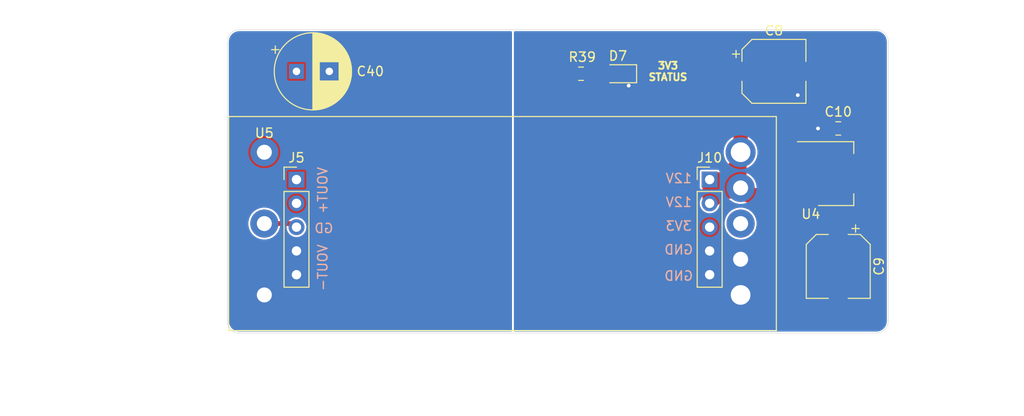
<source format=kicad_pcb>
(kicad_pcb (version 20171130) (host pcbnew "(5.1.12)-1")

  (general
    (thickness 1.6)
    (drawings 9)
    (tracks 34)
    (zones 0)
    (modules 10)
    (nets 9)
  )

  (page A4)
  (layers
    (0 F.Cu signal)
    (31 B.Cu signal)
    (32 B.Adhes user)
    (33 F.Adhes user)
    (34 B.Paste user)
    (35 F.Paste user)
    (36 B.SilkS user)
    (37 F.SilkS user)
    (38 B.Mask user)
    (39 F.Mask user)
    (40 Dwgs.User user)
    (41 Cmts.User user)
    (42 Eco1.User user)
    (43 Eco2.User user)
    (44 Edge.Cuts user)
    (45 Margin user)
    (46 B.CrtYd user)
    (47 F.CrtYd user)
    (48 B.Fab user hide)
    (49 F.Fab user hide)
  )

  (setup
    (last_trace_width 0.508)
    (user_trace_width 0.2032)
    (user_trace_width 0.254)
    (user_trace_width 0.508)
    (user_trace_width 0.762)
    (user_trace_width 1.016)
    (user_trace_width 1.27)
    (user_trace_width 1.524)
    (trace_clearance 0.2)
    (zone_clearance 0.127)
    (zone_45_only no)
    (trace_min 0.2)
    (via_size 0.8)
    (via_drill 0.4)
    (via_min_size 0.4)
    (via_min_drill 0.3)
    (user_via 0.7 0.3)
    (uvia_size 0.3)
    (uvia_drill 0.1)
    (uvias_allowed no)
    (uvia_min_size 0.2)
    (uvia_min_drill 0.1)
    (edge_width 0.05)
    (segment_width 0.2)
    (pcb_text_width 0.3)
    (pcb_text_size 1.5 1.5)
    (mod_edge_width 0.12)
    (mod_text_size 1 1)
    (mod_text_width 0.15)
    (pad_size 3.200001 3.200001)
    (pad_drill 3.200001)
    (pad_to_mask_clearance 0)
    (aux_axis_origin 0 0)
    (grid_origin 35.687 23.622)
    (visible_elements 7FFFFFFF)
    (pcbplotparams
      (layerselection 0x010fc_ffffffff)
      (usegerberextensions false)
      (usegerberattributes true)
      (usegerberadvancedattributes true)
      (creategerberjobfile true)
      (excludeedgelayer true)
      (linewidth 0.100000)
      (plotframeref false)
      (viasonmask false)
      (mode 1)
      (useauxorigin false)
      (hpglpennumber 1)
      (hpglpenspeed 20)
      (hpglpendiameter 15.000000)
      (psnegative false)
      (psa4output false)
      (plotreference true)
      (plotvalue true)
      (plotinvisibletext false)
      (padsonsilk false)
      (subtractmaskfromsilk false)
      (outputformat 1)
      (mirror false)
      (drillshape 0)
      (scaleselection 1)
      (outputdirectory "C:/Users/Bryan/Documents/Senior Design/PoE-Stepper-Motor-Driver/boards/gerbers_pwr_rev2/"))
  )

  (net 0 "")
  (net 1 VOUT-)
  (net 2 +3V3)
  (net 3 VOUT+)
  (net 4 PWRGD)
  (net 5 +12V)
  (net 6 "Net-(U5-Pad6)")
  (net 7 GND)
  (net 8 "Net-(D7-Pad2)")

  (net_class Default "This is the default net class."
    (clearance 0.2)
    (trace_width 0.25)
    (via_dia 0.8)
    (via_drill 0.4)
    (uvia_dia 0.3)
    (uvia_drill 0.1)
    (add_net +12V)
    (add_net +3V3)
    (add_net GND)
    (add_net "Net-(D7-Pad2)")
    (add_net "Net-(U5-Pad6)")
    (add_net PWRGD)
    (add_net VOUT+)
    (add_net VOUT-)
  )

  (module Capacitor_SMD:C_0805_2012Metric_Pad1.15x1.40mm_HandSolder (layer F.Cu) (tedit 5B36C52B) (tstamp 621E5189)
    (at 178.943 81.788 180)
    (descr "Capacitor SMD 0805 (2012 Metric), square (rectangular) end terminal, IPC_7351 nominal with elongated pad for handsoldering. (Body size source: https://docs.google.com/spreadsheets/d/1BsfQQcO9C6DZCsRaXUlFlo91Tg2WpOkGARC1WS5S8t0/edit?usp=sharing), generated with kicad-footprint-generator")
    (tags "capacitor handsolder")
    (path /621AEC2B)
    (attr smd)
    (fp_text reference C10 (at 0 1.778) (layer F.SilkS)
      (effects (font (size 1 1) (thickness 0.15)))
    )
    (fp_text value 0.1uF (at 0 1.65) (layer F.Fab)
      (effects (font (size 1 1) (thickness 0.15)))
    )
    (fp_line (start 1.85 0.95) (end -1.85 0.95) (layer F.CrtYd) (width 0.05))
    (fp_line (start 1.85 -0.95) (end 1.85 0.95) (layer F.CrtYd) (width 0.05))
    (fp_line (start -1.85 -0.95) (end 1.85 -0.95) (layer F.CrtYd) (width 0.05))
    (fp_line (start -1.85 0.95) (end -1.85 -0.95) (layer F.CrtYd) (width 0.05))
    (fp_line (start -0.261252 0.71) (end 0.261252 0.71) (layer F.SilkS) (width 0.12))
    (fp_line (start -0.261252 -0.71) (end 0.261252 -0.71) (layer F.SilkS) (width 0.12))
    (fp_line (start 1 0.6) (end -1 0.6) (layer F.Fab) (width 0.1))
    (fp_line (start 1 -0.6) (end 1 0.6) (layer F.Fab) (width 0.1))
    (fp_line (start -1 -0.6) (end 1 -0.6) (layer F.Fab) (width 0.1))
    (fp_line (start -1 0.6) (end -1 -0.6) (layer F.Fab) (width 0.1))
    (fp_text user %R (at 0 0) (layer F.Fab)
      (effects (font (size 0.5 0.5) (thickness 0.08)))
    )
    (pad 2 smd roundrect (at 1.025 0 180) (size 1.15 1.4) (layers F.Cu F.Paste F.Mask) (roundrect_rratio 0.2173904347826087)
      (net 7 GND))
    (pad 1 smd roundrect (at -1.025 0 180) (size 1.15 1.4) (layers F.Cu F.Paste F.Mask) (roundrect_rratio 0.2173904347826087)
      (net 2 +3V3))
    (model ${KISYS3DMOD}/Capacitor_SMD.3dshapes/C_0805_2012Metric.wrl
      (at (xyz 0 0 0))
      (scale (xyz 1 1 1))
      (rotate (xyz 0 0 0))
    )
  )

  (module Package_TO_SOT_SMD:SOT-223-3_TabPin2 (layer F.Cu) (tedit 5A02FF57) (tstamp 621E564C)
    (at 178.689 86.614)
    (descr "module CMS SOT223 4 pins")
    (tags "CMS SOT")
    (path /62160F45)
    (attr smd)
    (fp_text reference U4 (at -2.667 4.318) (layer F.SilkS)
      (effects (font (size 1 1) (thickness 0.15)))
    )
    (fp_text value NCP1117 (at 0 4.5) (layer F.Fab)
      (effects (font (size 1 1) (thickness 0.15)))
    )
    (fp_line (start 1.91 3.41) (end 1.91 2.15) (layer F.SilkS) (width 0.12))
    (fp_line (start 1.91 -3.41) (end 1.91 -2.15) (layer F.SilkS) (width 0.12))
    (fp_line (start 4.4 -3.6) (end -4.4 -3.6) (layer F.CrtYd) (width 0.05))
    (fp_line (start 4.4 3.6) (end 4.4 -3.6) (layer F.CrtYd) (width 0.05))
    (fp_line (start -4.4 3.6) (end 4.4 3.6) (layer F.CrtYd) (width 0.05))
    (fp_line (start -4.4 -3.6) (end -4.4 3.6) (layer F.CrtYd) (width 0.05))
    (fp_line (start -1.85 -2.35) (end -0.85 -3.35) (layer F.Fab) (width 0.1))
    (fp_line (start -1.85 -2.35) (end -1.85 3.35) (layer F.Fab) (width 0.1))
    (fp_line (start -1.85 3.41) (end 1.91 3.41) (layer F.SilkS) (width 0.12))
    (fp_line (start -0.85 -3.35) (end 1.85 -3.35) (layer F.Fab) (width 0.1))
    (fp_line (start -4.1 -3.41) (end 1.91 -3.41) (layer F.SilkS) (width 0.12))
    (fp_line (start -1.85 3.35) (end 1.85 3.35) (layer F.Fab) (width 0.1))
    (fp_line (start 1.85 -3.35) (end 1.85 3.35) (layer F.Fab) (width 0.1))
    (fp_text user %R (at 0 0 90) (layer F.Fab)
      (effects (font (size 0.8 0.8) (thickness 0.12)))
    )
    (pad 2 smd rect (at 3.15 0) (size 2 3.8) (layers F.Cu F.Paste F.Mask)
      (net 2 +3V3))
    (pad 2 smd rect (at -3.15 0) (size 2 1.5) (layers F.Cu F.Paste F.Mask)
      (net 2 +3V3))
    (pad 3 smd rect (at -3.15 2.3) (size 2 1.5) (layers F.Cu F.Paste F.Mask)
      (net 5 +12V))
    (pad 1 smd rect (at -3.15 -2.3) (size 2 1.5) (layers F.Cu F.Paste F.Mask)
      (net 7 GND))
    (model ${KISYS3DMOD}/Package_TO_SOT_SMD.3dshapes/SOT-223.wrl
      (at (xyz 0 0 0))
      (scale (xyz 1 1 1))
      (rotate (xyz 0 0 0))
    )
  )

  (module PoE_Stepper_Driver:E48SC12010 (layer F.Cu) (tedit 621EA894) (tstamp 62460D2D)
    (at 117.729 84.328)
    (path /62D0E6E4)
    (fp_text reference U5 (at 0 -2.04) (layer F.SilkS)
      (effects (font (size 1 1) (thickness 0.15)))
    )
    (fp_text value E48SC12010 (at 0 -3.04) (layer F.Fab)
      (effects (font (size 1 1) (thickness 0.15)))
    )
    (fp_line (start 54.61 -3.81) (end 54.61 19.05) (layer F.SilkS) (width 0.12))
    (fp_line (start -3.81 -3.81) (end -3.81 19.05) (layer F.SilkS) (width 0.12))
    (fp_line (start -3.81 19.05) (end 54.61 19.05) (layer F.SilkS) (width 0.12))
    (fp_line (start -3.81 -3.81) (end 54.61 -3.81) (layer F.SilkS) (width 0.12))
    (pad 1 thru_hole circle (at 0 0) (size 3 3) (drill 1.6) (layers *.Cu *.Mask)
      (net 3 VOUT+))
    (pad 2 thru_hole circle (at 0 7.62) (size 3 3) (drill 1.6) (layers *.Cu *.Mask)
      (net 4 PWRGD))
    (pad 3 thru_hole circle (at 0 15.24) (size 3 3) (drill 1.6) (layers *.Cu *.Mask)
      (net 1 VOUT-))
    (pad 4 thru_hole circle (at 50.8 15.24) (size 3.2 3.2) (drill 2.1) (layers *.Cu *.Mask)
      (net 7 GND))
    (pad 5 thru_hole circle (at 50.8 11.43) (size 3 3) (drill 1.6) (layers *.Cu *.Mask)
      (net 7 GND))
    (pad 6 thru_hole circle (at 50.8 7.62) (size 3 3) (drill 1.6) (layers *.Cu *.Mask)
      (net 6 "Net-(U5-Pad6)"))
    (pad 7 thru_hole circle (at 50.8 3.81) (size 3 3) (drill 1.6) (layers *.Cu *.Mask)
      (net 5 +12V))
    (pad 8 thru_hole circle (at 50.8 0) (size 3.2 3.2) (drill 2.1) (layers *.Cu *.Mask)
      (net 5 +12V))
  )

  (module Capacitor_SMD:CP_Elec_6.3x5.4 (layer F.Cu) (tedit 5BCA39D0) (tstamp 6220FDA1)
    (at 178.943 96.52 270)
    (descr "SMD capacitor, aluminum electrolytic, Panasonic C55, 6.3x5.4mm")
    (tags "capacitor electrolytic")
    (path /62162EF0)
    (attr smd)
    (fp_text reference C9 (at 0 -4.35 90) (layer F.SilkS)
      (effects (font (size 1 1) (thickness 0.15)))
    )
    (fp_text value 10uF (at 0 4.35 90) (layer F.Fab)
      (effects (font (size 1 1) (thickness 0.15)))
    )
    (fp_line (start -4.8 1.05) (end -3.55 1.05) (layer F.CrtYd) (width 0.05))
    (fp_line (start -4.8 -1.05) (end -4.8 1.05) (layer F.CrtYd) (width 0.05))
    (fp_line (start -3.55 -1.05) (end -4.8 -1.05) (layer F.CrtYd) (width 0.05))
    (fp_line (start -3.55 1.05) (end -3.55 2.4) (layer F.CrtYd) (width 0.05))
    (fp_line (start -3.55 -2.4) (end -3.55 -1.05) (layer F.CrtYd) (width 0.05))
    (fp_line (start -3.55 -2.4) (end -2.4 -3.55) (layer F.CrtYd) (width 0.05))
    (fp_line (start -3.55 2.4) (end -2.4 3.55) (layer F.CrtYd) (width 0.05))
    (fp_line (start -2.4 -3.55) (end 3.55 -3.55) (layer F.CrtYd) (width 0.05))
    (fp_line (start -2.4 3.55) (end 3.55 3.55) (layer F.CrtYd) (width 0.05))
    (fp_line (start 3.55 1.05) (end 3.55 3.55) (layer F.CrtYd) (width 0.05))
    (fp_line (start 4.8 1.05) (end 3.55 1.05) (layer F.CrtYd) (width 0.05))
    (fp_line (start 4.8 -1.05) (end 4.8 1.05) (layer F.CrtYd) (width 0.05))
    (fp_line (start 3.55 -1.05) (end 4.8 -1.05) (layer F.CrtYd) (width 0.05))
    (fp_line (start 3.55 -3.55) (end 3.55 -1.05) (layer F.CrtYd) (width 0.05))
    (fp_line (start -4.04375 -2.24125) (end -4.04375 -1.45375) (layer F.SilkS) (width 0.12))
    (fp_line (start -4.4375 -1.8475) (end -3.65 -1.8475) (layer F.SilkS) (width 0.12))
    (fp_line (start -3.41 2.345563) (end -2.345563 3.41) (layer F.SilkS) (width 0.12))
    (fp_line (start -3.41 -2.345563) (end -2.345563 -3.41) (layer F.SilkS) (width 0.12))
    (fp_line (start -3.41 -2.345563) (end -3.41 -1.06) (layer F.SilkS) (width 0.12))
    (fp_line (start -3.41 2.345563) (end -3.41 1.06) (layer F.SilkS) (width 0.12))
    (fp_line (start -2.345563 3.41) (end 3.41 3.41) (layer F.SilkS) (width 0.12))
    (fp_line (start -2.345563 -3.41) (end 3.41 -3.41) (layer F.SilkS) (width 0.12))
    (fp_line (start 3.41 -3.41) (end 3.41 -1.06) (layer F.SilkS) (width 0.12))
    (fp_line (start 3.41 3.41) (end 3.41 1.06) (layer F.SilkS) (width 0.12))
    (fp_line (start -2.389838 -1.645) (end -2.389838 -1.015) (layer F.Fab) (width 0.1))
    (fp_line (start -2.704838 -1.33) (end -2.074838 -1.33) (layer F.Fab) (width 0.1))
    (fp_line (start -3.3 2.3) (end -2.3 3.3) (layer F.Fab) (width 0.1))
    (fp_line (start -3.3 -2.3) (end -2.3 -3.3) (layer F.Fab) (width 0.1))
    (fp_line (start -3.3 -2.3) (end -3.3 2.3) (layer F.Fab) (width 0.1))
    (fp_line (start -2.3 3.3) (end 3.3 3.3) (layer F.Fab) (width 0.1))
    (fp_line (start -2.3 -3.3) (end 3.3 -3.3) (layer F.Fab) (width 0.1))
    (fp_line (start 3.3 -3.3) (end 3.3 3.3) (layer F.Fab) (width 0.1))
    (fp_circle (center 0 0) (end 3.15 0) (layer F.Fab) (width 0.1))
    (fp_text user %R (at 0 0 90) (layer F.Fab)
      (effects (font (size 1 1) (thickness 0.15)))
    )
    (pad 2 smd roundrect (at 2.8 0 270) (size 3.5 1.6) (layers F.Cu F.Paste F.Mask) (roundrect_rratio 0.15625)
      (net 7 GND))
    (pad 1 smd roundrect (at -2.8 0 270) (size 3.5 1.6) (layers F.Cu F.Paste F.Mask) (roundrect_rratio 0.15625)
      (net 2 +3V3))
    (model ${KISYS3DMOD}/Capacitor_SMD.3dshapes/CP_Elec_6.3x5.4.wrl
      (at (xyz 0 0 0))
      (scale (xyz 1 1 1))
      (rotate (xyz 0 0 0))
    )
  )

  (module Capacitor_THT:CP_Radial_D8.0mm_P3.50mm (layer F.Cu) (tedit 5AE50EF0) (tstamp 62244ED3)
    (at 121.158 75.692)
    (descr "CP, Radial series, Radial, pin pitch=3.50mm, , diameter=8mm, Electrolytic Capacitor")
    (tags "CP Radial series Radial pin pitch 3.50mm  diameter 8mm Electrolytic Capacitor")
    (path /6260860A)
    (fp_text reference C40 (at 7.874 0) (layer F.SilkS)
      (effects (font (size 1 1) (thickness 0.15)))
    )
    (fp_text value 47uF (at 1.75 5.25) (layer F.Fab)
      (effects (font (size 1 1) (thickness 0.15)))
    )
    (fp_circle (center 1.75 0) (end 5.75 0) (layer F.Fab) (width 0.1))
    (fp_circle (center 1.75 0) (end 5.87 0) (layer F.SilkS) (width 0.12))
    (fp_circle (center 1.75 0) (end 6 0) (layer F.CrtYd) (width 0.05))
    (fp_line (start -1.676759 -1.7475) (end -0.876759 -1.7475) (layer F.Fab) (width 0.1))
    (fp_line (start -1.276759 -2.1475) (end -1.276759 -1.3475) (layer F.Fab) (width 0.1))
    (fp_line (start 1.75 -4.08) (end 1.75 4.08) (layer F.SilkS) (width 0.12))
    (fp_line (start 1.79 -4.08) (end 1.79 4.08) (layer F.SilkS) (width 0.12))
    (fp_line (start 1.83 -4.08) (end 1.83 4.08) (layer F.SilkS) (width 0.12))
    (fp_line (start 1.87 -4.079) (end 1.87 4.079) (layer F.SilkS) (width 0.12))
    (fp_line (start 1.91 -4.077) (end 1.91 4.077) (layer F.SilkS) (width 0.12))
    (fp_line (start 1.95 -4.076) (end 1.95 4.076) (layer F.SilkS) (width 0.12))
    (fp_line (start 1.99 -4.074) (end 1.99 4.074) (layer F.SilkS) (width 0.12))
    (fp_line (start 2.03 -4.071) (end 2.03 4.071) (layer F.SilkS) (width 0.12))
    (fp_line (start 2.07 -4.068) (end 2.07 4.068) (layer F.SilkS) (width 0.12))
    (fp_line (start 2.11 -4.065) (end 2.11 4.065) (layer F.SilkS) (width 0.12))
    (fp_line (start 2.15 -4.061) (end 2.15 4.061) (layer F.SilkS) (width 0.12))
    (fp_line (start 2.19 -4.057) (end 2.19 4.057) (layer F.SilkS) (width 0.12))
    (fp_line (start 2.23 -4.052) (end 2.23 4.052) (layer F.SilkS) (width 0.12))
    (fp_line (start 2.27 -4.048) (end 2.27 4.048) (layer F.SilkS) (width 0.12))
    (fp_line (start 2.31 -4.042) (end 2.31 4.042) (layer F.SilkS) (width 0.12))
    (fp_line (start 2.35 -4.037) (end 2.35 4.037) (layer F.SilkS) (width 0.12))
    (fp_line (start 2.39 -4.03) (end 2.39 4.03) (layer F.SilkS) (width 0.12))
    (fp_line (start 2.43 -4.024) (end 2.43 4.024) (layer F.SilkS) (width 0.12))
    (fp_line (start 2.471 -4.017) (end 2.471 -1.04) (layer F.SilkS) (width 0.12))
    (fp_line (start 2.471 1.04) (end 2.471 4.017) (layer F.SilkS) (width 0.12))
    (fp_line (start 2.511 -4.01) (end 2.511 -1.04) (layer F.SilkS) (width 0.12))
    (fp_line (start 2.511 1.04) (end 2.511 4.01) (layer F.SilkS) (width 0.12))
    (fp_line (start 2.551 -4.002) (end 2.551 -1.04) (layer F.SilkS) (width 0.12))
    (fp_line (start 2.551 1.04) (end 2.551 4.002) (layer F.SilkS) (width 0.12))
    (fp_line (start 2.591 -3.994) (end 2.591 -1.04) (layer F.SilkS) (width 0.12))
    (fp_line (start 2.591 1.04) (end 2.591 3.994) (layer F.SilkS) (width 0.12))
    (fp_line (start 2.631 -3.985) (end 2.631 -1.04) (layer F.SilkS) (width 0.12))
    (fp_line (start 2.631 1.04) (end 2.631 3.985) (layer F.SilkS) (width 0.12))
    (fp_line (start 2.671 -3.976) (end 2.671 -1.04) (layer F.SilkS) (width 0.12))
    (fp_line (start 2.671 1.04) (end 2.671 3.976) (layer F.SilkS) (width 0.12))
    (fp_line (start 2.711 -3.967) (end 2.711 -1.04) (layer F.SilkS) (width 0.12))
    (fp_line (start 2.711 1.04) (end 2.711 3.967) (layer F.SilkS) (width 0.12))
    (fp_line (start 2.751 -3.957) (end 2.751 -1.04) (layer F.SilkS) (width 0.12))
    (fp_line (start 2.751 1.04) (end 2.751 3.957) (layer F.SilkS) (width 0.12))
    (fp_line (start 2.791 -3.947) (end 2.791 -1.04) (layer F.SilkS) (width 0.12))
    (fp_line (start 2.791 1.04) (end 2.791 3.947) (layer F.SilkS) (width 0.12))
    (fp_line (start 2.831 -3.936) (end 2.831 -1.04) (layer F.SilkS) (width 0.12))
    (fp_line (start 2.831 1.04) (end 2.831 3.936) (layer F.SilkS) (width 0.12))
    (fp_line (start 2.871 -3.925) (end 2.871 -1.04) (layer F.SilkS) (width 0.12))
    (fp_line (start 2.871 1.04) (end 2.871 3.925) (layer F.SilkS) (width 0.12))
    (fp_line (start 2.911 -3.914) (end 2.911 -1.04) (layer F.SilkS) (width 0.12))
    (fp_line (start 2.911 1.04) (end 2.911 3.914) (layer F.SilkS) (width 0.12))
    (fp_line (start 2.951 -3.902) (end 2.951 -1.04) (layer F.SilkS) (width 0.12))
    (fp_line (start 2.951 1.04) (end 2.951 3.902) (layer F.SilkS) (width 0.12))
    (fp_line (start 2.991 -3.889) (end 2.991 -1.04) (layer F.SilkS) (width 0.12))
    (fp_line (start 2.991 1.04) (end 2.991 3.889) (layer F.SilkS) (width 0.12))
    (fp_line (start 3.031 -3.877) (end 3.031 -1.04) (layer F.SilkS) (width 0.12))
    (fp_line (start 3.031 1.04) (end 3.031 3.877) (layer F.SilkS) (width 0.12))
    (fp_line (start 3.071 -3.863) (end 3.071 -1.04) (layer F.SilkS) (width 0.12))
    (fp_line (start 3.071 1.04) (end 3.071 3.863) (layer F.SilkS) (width 0.12))
    (fp_line (start 3.111 -3.85) (end 3.111 -1.04) (layer F.SilkS) (width 0.12))
    (fp_line (start 3.111 1.04) (end 3.111 3.85) (layer F.SilkS) (width 0.12))
    (fp_line (start 3.151 -3.835) (end 3.151 -1.04) (layer F.SilkS) (width 0.12))
    (fp_line (start 3.151 1.04) (end 3.151 3.835) (layer F.SilkS) (width 0.12))
    (fp_line (start 3.191 -3.821) (end 3.191 -1.04) (layer F.SilkS) (width 0.12))
    (fp_line (start 3.191 1.04) (end 3.191 3.821) (layer F.SilkS) (width 0.12))
    (fp_line (start 3.231 -3.805) (end 3.231 -1.04) (layer F.SilkS) (width 0.12))
    (fp_line (start 3.231 1.04) (end 3.231 3.805) (layer F.SilkS) (width 0.12))
    (fp_line (start 3.271 -3.79) (end 3.271 -1.04) (layer F.SilkS) (width 0.12))
    (fp_line (start 3.271 1.04) (end 3.271 3.79) (layer F.SilkS) (width 0.12))
    (fp_line (start 3.311 -3.774) (end 3.311 -1.04) (layer F.SilkS) (width 0.12))
    (fp_line (start 3.311 1.04) (end 3.311 3.774) (layer F.SilkS) (width 0.12))
    (fp_line (start 3.351 -3.757) (end 3.351 -1.04) (layer F.SilkS) (width 0.12))
    (fp_line (start 3.351 1.04) (end 3.351 3.757) (layer F.SilkS) (width 0.12))
    (fp_line (start 3.391 -3.74) (end 3.391 -1.04) (layer F.SilkS) (width 0.12))
    (fp_line (start 3.391 1.04) (end 3.391 3.74) (layer F.SilkS) (width 0.12))
    (fp_line (start 3.431 -3.722) (end 3.431 -1.04) (layer F.SilkS) (width 0.12))
    (fp_line (start 3.431 1.04) (end 3.431 3.722) (layer F.SilkS) (width 0.12))
    (fp_line (start 3.471 -3.704) (end 3.471 -1.04) (layer F.SilkS) (width 0.12))
    (fp_line (start 3.471 1.04) (end 3.471 3.704) (layer F.SilkS) (width 0.12))
    (fp_line (start 3.511 -3.686) (end 3.511 -1.04) (layer F.SilkS) (width 0.12))
    (fp_line (start 3.511 1.04) (end 3.511 3.686) (layer F.SilkS) (width 0.12))
    (fp_line (start 3.551 -3.666) (end 3.551 -1.04) (layer F.SilkS) (width 0.12))
    (fp_line (start 3.551 1.04) (end 3.551 3.666) (layer F.SilkS) (width 0.12))
    (fp_line (start 3.591 -3.647) (end 3.591 -1.04) (layer F.SilkS) (width 0.12))
    (fp_line (start 3.591 1.04) (end 3.591 3.647) (layer F.SilkS) (width 0.12))
    (fp_line (start 3.631 -3.627) (end 3.631 -1.04) (layer F.SilkS) (width 0.12))
    (fp_line (start 3.631 1.04) (end 3.631 3.627) (layer F.SilkS) (width 0.12))
    (fp_line (start 3.671 -3.606) (end 3.671 -1.04) (layer F.SilkS) (width 0.12))
    (fp_line (start 3.671 1.04) (end 3.671 3.606) (layer F.SilkS) (width 0.12))
    (fp_line (start 3.711 -3.584) (end 3.711 -1.04) (layer F.SilkS) (width 0.12))
    (fp_line (start 3.711 1.04) (end 3.711 3.584) (layer F.SilkS) (width 0.12))
    (fp_line (start 3.751 -3.562) (end 3.751 -1.04) (layer F.SilkS) (width 0.12))
    (fp_line (start 3.751 1.04) (end 3.751 3.562) (layer F.SilkS) (width 0.12))
    (fp_line (start 3.791 -3.54) (end 3.791 -1.04) (layer F.SilkS) (width 0.12))
    (fp_line (start 3.791 1.04) (end 3.791 3.54) (layer F.SilkS) (width 0.12))
    (fp_line (start 3.831 -3.517) (end 3.831 -1.04) (layer F.SilkS) (width 0.12))
    (fp_line (start 3.831 1.04) (end 3.831 3.517) (layer F.SilkS) (width 0.12))
    (fp_line (start 3.871 -3.493) (end 3.871 -1.04) (layer F.SilkS) (width 0.12))
    (fp_line (start 3.871 1.04) (end 3.871 3.493) (layer F.SilkS) (width 0.12))
    (fp_line (start 3.911 -3.469) (end 3.911 -1.04) (layer F.SilkS) (width 0.12))
    (fp_line (start 3.911 1.04) (end 3.911 3.469) (layer F.SilkS) (width 0.12))
    (fp_line (start 3.951 -3.444) (end 3.951 -1.04) (layer F.SilkS) (width 0.12))
    (fp_line (start 3.951 1.04) (end 3.951 3.444) (layer F.SilkS) (width 0.12))
    (fp_line (start 3.991 -3.418) (end 3.991 -1.04) (layer F.SilkS) (width 0.12))
    (fp_line (start 3.991 1.04) (end 3.991 3.418) (layer F.SilkS) (width 0.12))
    (fp_line (start 4.031 -3.392) (end 4.031 -1.04) (layer F.SilkS) (width 0.12))
    (fp_line (start 4.031 1.04) (end 4.031 3.392) (layer F.SilkS) (width 0.12))
    (fp_line (start 4.071 -3.365) (end 4.071 -1.04) (layer F.SilkS) (width 0.12))
    (fp_line (start 4.071 1.04) (end 4.071 3.365) (layer F.SilkS) (width 0.12))
    (fp_line (start 4.111 -3.338) (end 4.111 -1.04) (layer F.SilkS) (width 0.12))
    (fp_line (start 4.111 1.04) (end 4.111 3.338) (layer F.SilkS) (width 0.12))
    (fp_line (start 4.151 -3.309) (end 4.151 -1.04) (layer F.SilkS) (width 0.12))
    (fp_line (start 4.151 1.04) (end 4.151 3.309) (layer F.SilkS) (width 0.12))
    (fp_line (start 4.191 -3.28) (end 4.191 -1.04) (layer F.SilkS) (width 0.12))
    (fp_line (start 4.191 1.04) (end 4.191 3.28) (layer F.SilkS) (width 0.12))
    (fp_line (start 4.231 -3.25) (end 4.231 -1.04) (layer F.SilkS) (width 0.12))
    (fp_line (start 4.231 1.04) (end 4.231 3.25) (layer F.SilkS) (width 0.12))
    (fp_line (start 4.271 -3.22) (end 4.271 -1.04) (layer F.SilkS) (width 0.12))
    (fp_line (start 4.271 1.04) (end 4.271 3.22) (layer F.SilkS) (width 0.12))
    (fp_line (start 4.311 -3.189) (end 4.311 -1.04) (layer F.SilkS) (width 0.12))
    (fp_line (start 4.311 1.04) (end 4.311 3.189) (layer F.SilkS) (width 0.12))
    (fp_line (start 4.351 -3.156) (end 4.351 -1.04) (layer F.SilkS) (width 0.12))
    (fp_line (start 4.351 1.04) (end 4.351 3.156) (layer F.SilkS) (width 0.12))
    (fp_line (start 4.391 -3.124) (end 4.391 -1.04) (layer F.SilkS) (width 0.12))
    (fp_line (start 4.391 1.04) (end 4.391 3.124) (layer F.SilkS) (width 0.12))
    (fp_line (start 4.431 -3.09) (end 4.431 -1.04) (layer F.SilkS) (width 0.12))
    (fp_line (start 4.431 1.04) (end 4.431 3.09) (layer F.SilkS) (width 0.12))
    (fp_line (start 4.471 -3.055) (end 4.471 -1.04) (layer F.SilkS) (width 0.12))
    (fp_line (start 4.471 1.04) (end 4.471 3.055) (layer F.SilkS) (width 0.12))
    (fp_line (start 4.511 -3.019) (end 4.511 -1.04) (layer F.SilkS) (width 0.12))
    (fp_line (start 4.511 1.04) (end 4.511 3.019) (layer F.SilkS) (width 0.12))
    (fp_line (start 4.551 -2.983) (end 4.551 2.983) (layer F.SilkS) (width 0.12))
    (fp_line (start 4.591 -2.945) (end 4.591 2.945) (layer F.SilkS) (width 0.12))
    (fp_line (start 4.631 -2.907) (end 4.631 2.907) (layer F.SilkS) (width 0.12))
    (fp_line (start 4.671 -2.867) (end 4.671 2.867) (layer F.SilkS) (width 0.12))
    (fp_line (start 4.711 -2.826) (end 4.711 2.826) (layer F.SilkS) (width 0.12))
    (fp_line (start 4.751 -2.784) (end 4.751 2.784) (layer F.SilkS) (width 0.12))
    (fp_line (start 4.791 -2.741) (end 4.791 2.741) (layer F.SilkS) (width 0.12))
    (fp_line (start 4.831 -2.697) (end 4.831 2.697) (layer F.SilkS) (width 0.12))
    (fp_line (start 4.871 -2.651) (end 4.871 2.651) (layer F.SilkS) (width 0.12))
    (fp_line (start 4.911 -2.604) (end 4.911 2.604) (layer F.SilkS) (width 0.12))
    (fp_line (start 4.951 -2.556) (end 4.951 2.556) (layer F.SilkS) (width 0.12))
    (fp_line (start 4.991 -2.505) (end 4.991 2.505) (layer F.SilkS) (width 0.12))
    (fp_line (start 5.031 -2.454) (end 5.031 2.454) (layer F.SilkS) (width 0.12))
    (fp_line (start 5.071 -2.4) (end 5.071 2.4) (layer F.SilkS) (width 0.12))
    (fp_line (start 5.111 -2.345) (end 5.111 2.345) (layer F.SilkS) (width 0.12))
    (fp_line (start 5.151 -2.287) (end 5.151 2.287) (layer F.SilkS) (width 0.12))
    (fp_line (start 5.191 -2.228) (end 5.191 2.228) (layer F.SilkS) (width 0.12))
    (fp_line (start 5.231 -2.166) (end 5.231 2.166) (layer F.SilkS) (width 0.12))
    (fp_line (start 5.271 -2.102) (end 5.271 2.102) (layer F.SilkS) (width 0.12))
    (fp_line (start 5.311 -2.034) (end 5.311 2.034) (layer F.SilkS) (width 0.12))
    (fp_line (start 5.351 -1.964) (end 5.351 1.964) (layer F.SilkS) (width 0.12))
    (fp_line (start 5.391 -1.89) (end 5.391 1.89) (layer F.SilkS) (width 0.12))
    (fp_line (start 5.431 -1.813) (end 5.431 1.813) (layer F.SilkS) (width 0.12))
    (fp_line (start 5.471 -1.731) (end 5.471 1.731) (layer F.SilkS) (width 0.12))
    (fp_line (start 5.511 -1.645) (end 5.511 1.645) (layer F.SilkS) (width 0.12))
    (fp_line (start 5.551 -1.552) (end 5.551 1.552) (layer F.SilkS) (width 0.12))
    (fp_line (start 5.591 -1.453) (end 5.591 1.453) (layer F.SilkS) (width 0.12))
    (fp_line (start 5.631 -1.346) (end 5.631 1.346) (layer F.SilkS) (width 0.12))
    (fp_line (start 5.671 -1.229) (end 5.671 1.229) (layer F.SilkS) (width 0.12))
    (fp_line (start 5.711 -1.098) (end 5.711 1.098) (layer F.SilkS) (width 0.12))
    (fp_line (start 5.751 -0.948) (end 5.751 0.948) (layer F.SilkS) (width 0.12))
    (fp_line (start 5.791 -0.768) (end 5.791 0.768) (layer F.SilkS) (width 0.12))
    (fp_line (start 5.831 -0.533) (end 5.831 0.533) (layer F.SilkS) (width 0.12))
    (fp_line (start -2.659698 -2.315) (end -1.859698 -2.315) (layer F.SilkS) (width 0.12))
    (fp_line (start -2.259698 -2.715) (end -2.259698 -1.915) (layer F.SilkS) (width 0.12))
    (fp_text user %R (at 1.75 0) (layer F.Fab)
      (effects (font (size 1 1) (thickness 0.15)))
    )
    (pad 1 thru_hole rect (at 0 0) (size 1.6 1.6) (drill 0.8) (layers *.Cu *.Mask)
      (net 3 VOUT+))
    (pad 2 thru_hole circle (at 3.5 0) (size 1.6 1.6) (drill 0.8) (layers *.Cu *.Mask)
      (net 1 VOUT-))
    (model ${KISYS3DMOD}/Capacitor_THT.3dshapes/CP_Radial_D8.0mm_P3.50mm.wrl
      (at (xyz 0 0 0))
      (scale (xyz 1 1 1))
      (rotate (xyz 0 0 0))
    )
  )

  (module LED_SMD:LED_0805_2012Metric_Pad1.15x1.40mm_HandSolder (layer F.Cu) (tedit 5B4B45C9) (tstamp 6225894C)
    (at 155.575 75.946 180)
    (descr "LED SMD 0805 (2012 Metric), square (rectangular) end terminal, IPC_7351 nominal, (Body size source: https://docs.google.com/spreadsheets/d/1BsfQQcO9C6DZCsRaXUlFlo91Tg2WpOkGARC1WS5S8t0/edit?usp=sharing), generated with kicad-footprint-generator")
    (tags "LED handsolder")
    (path /622AA99B)
    (attr smd)
    (fp_text reference D7 (at 0.127 1.905) (layer F.SilkS)
      (effects (font (size 1 1) (thickness 0.15)))
    )
    (fp_text value Green (at 0 1.65) (layer F.Fab)
      (effects (font (size 1 1) (thickness 0.15)))
    )
    (fp_line (start 1.85 0.95) (end -1.85 0.95) (layer F.CrtYd) (width 0.05))
    (fp_line (start 1.85 -0.95) (end 1.85 0.95) (layer F.CrtYd) (width 0.05))
    (fp_line (start -1.85 -0.95) (end 1.85 -0.95) (layer F.CrtYd) (width 0.05))
    (fp_line (start -1.85 0.95) (end -1.85 -0.95) (layer F.CrtYd) (width 0.05))
    (fp_line (start -1.86 0.96) (end 1 0.96) (layer F.SilkS) (width 0.12))
    (fp_line (start -1.86 -0.96) (end -1.86 0.96) (layer F.SilkS) (width 0.12))
    (fp_line (start 1 -0.96) (end -1.86 -0.96) (layer F.SilkS) (width 0.12))
    (fp_line (start 1 0.6) (end 1 -0.6) (layer F.Fab) (width 0.1))
    (fp_line (start -1 0.6) (end 1 0.6) (layer F.Fab) (width 0.1))
    (fp_line (start -1 -0.3) (end -1 0.6) (layer F.Fab) (width 0.1))
    (fp_line (start -0.7 -0.6) (end -1 -0.3) (layer F.Fab) (width 0.1))
    (fp_line (start 1 -0.6) (end -0.7 -0.6) (layer F.Fab) (width 0.1))
    (fp_text user %R (at 0 0) (layer F.Fab)
      (effects (font (size 0.5 0.5) (thickness 0.08)))
    )
    (pad 2 smd roundrect (at 1.025 0 180) (size 1.15 1.4) (layers F.Cu F.Paste F.Mask) (roundrect_rratio 0.2173904347826087)
      (net 8 "Net-(D7-Pad2)"))
    (pad 1 smd roundrect (at -1.025 0 180) (size 1.15 1.4) (layers F.Cu F.Paste F.Mask) (roundrect_rratio 0.2173904347826087)
      (net 7 GND))
    (model ${KISYS3DMOD}/LED_SMD.3dshapes/LED_0805_2012Metric.wrl
      (at (xyz 0 0 0))
      (scale (xyz 1 1 1))
      (rotate (xyz 0 0 0))
    )
  )

  (module Resistor_SMD:R_0805_2012Metric_Pad1.15x1.40mm_HandSolder (layer F.Cu) (tedit 5B36C52B) (tstamp 6225896E)
    (at 151.511 75.946 180)
    (descr "Resistor SMD 0805 (2012 Metric), square (rectangular) end terminal, IPC_7351 nominal with elongated pad for handsoldering. (Body size source: https://docs.google.com/spreadsheets/d/1BsfQQcO9C6DZCsRaXUlFlo91Tg2WpOkGARC1WS5S8t0/edit?usp=sharing), generated with kicad-footprint-generator")
    (tags "resistor handsolder")
    (path /622AA995)
    (attr smd)
    (fp_text reference R39 (at -0.127 1.778) (layer F.SilkS)
      (effects (font (size 1 1) (thickness 0.15)))
    )
    (fp_text value 470 (at 0 1.65) (layer F.Fab)
      (effects (font (size 1 1) (thickness 0.15)))
    )
    (fp_line (start 1.85 0.95) (end -1.85 0.95) (layer F.CrtYd) (width 0.05))
    (fp_line (start 1.85 -0.95) (end 1.85 0.95) (layer F.CrtYd) (width 0.05))
    (fp_line (start -1.85 -0.95) (end 1.85 -0.95) (layer F.CrtYd) (width 0.05))
    (fp_line (start -1.85 0.95) (end -1.85 -0.95) (layer F.CrtYd) (width 0.05))
    (fp_line (start -0.261252 0.71) (end 0.261252 0.71) (layer F.SilkS) (width 0.12))
    (fp_line (start -0.261252 -0.71) (end 0.261252 -0.71) (layer F.SilkS) (width 0.12))
    (fp_line (start 1 0.6) (end -1 0.6) (layer F.Fab) (width 0.1))
    (fp_line (start 1 -0.6) (end 1 0.6) (layer F.Fab) (width 0.1))
    (fp_line (start -1 -0.6) (end 1 -0.6) (layer F.Fab) (width 0.1))
    (fp_line (start -1 0.6) (end -1 -0.6) (layer F.Fab) (width 0.1))
    (fp_text user %R (at 0 0) (layer F.Fab)
      (effects (font (size 0.5 0.5) (thickness 0.08)))
    )
    (pad 2 smd roundrect (at 1.025 0 180) (size 1.15 1.4) (layers F.Cu F.Paste F.Mask) (roundrect_rratio 0.2173904347826087)
      (net 2 +3V3))
    (pad 1 smd roundrect (at -1.025 0 180) (size 1.15 1.4) (layers F.Cu F.Paste F.Mask) (roundrect_rratio 0.2173904347826087)
      (net 8 "Net-(D7-Pad2)"))
    (model ${KISYS3DMOD}/Resistor_SMD.3dshapes/R_0805_2012Metric.wrl
      (at (xyz 0 0 0))
      (scale (xyz 1 1 1))
      (rotate (xyz 0 0 0))
    )
  )

  (module Capacitor_SMD:CP_Elec_6.3x5.4 (layer F.Cu) (tedit 5BCA39D0) (tstamp 62256ED5)
    (at 172.085 75.692)
    (descr "SMD capacitor, aluminum electrolytic, Panasonic C55, 6.3x5.4mm")
    (tags "capacitor electrolytic")
    (path /621685D6)
    (attr smd)
    (fp_text reference C8 (at 0 -4.35) (layer F.SilkS)
      (effects (font (size 1 1) (thickness 0.15)))
    )
    (fp_text value 10uF (at 0 4.35) (layer F.Fab)
      (effects (font (size 1 1) (thickness 0.15)))
    )
    (fp_circle (center 0 0) (end 3.15 0) (layer F.Fab) (width 0.1))
    (fp_line (start 3.3 -3.3) (end 3.3 3.3) (layer F.Fab) (width 0.1))
    (fp_line (start -2.3 -3.3) (end 3.3 -3.3) (layer F.Fab) (width 0.1))
    (fp_line (start -2.3 3.3) (end 3.3 3.3) (layer F.Fab) (width 0.1))
    (fp_line (start -3.3 -2.3) (end -3.3 2.3) (layer F.Fab) (width 0.1))
    (fp_line (start -3.3 -2.3) (end -2.3 -3.3) (layer F.Fab) (width 0.1))
    (fp_line (start -3.3 2.3) (end -2.3 3.3) (layer F.Fab) (width 0.1))
    (fp_line (start -2.704838 -1.33) (end -2.074838 -1.33) (layer F.Fab) (width 0.1))
    (fp_line (start -2.389838 -1.645) (end -2.389838 -1.015) (layer F.Fab) (width 0.1))
    (fp_line (start 3.41 3.41) (end 3.41 1.06) (layer F.SilkS) (width 0.12))
    (fp_line (start 3.41 -3.41) (end 3.41 -1.06) (layer F.SilkS) (width 0.12))
    (fp_line (start -2.345563 -3.41) (end 3.41 -3.41) (layer F.SilkS) (width 0.12))
    (fp_line (start -2.345563 3.41) (end 3.41 3.41) (layer F.SilkS) (width 0.12))
    (fp_line (start -3.41 2.345563) (end -3.41 1.06) (layer F.SilkS) (width 0.12))
    (fp_line (start -3.41 -2.345563) (end -3.41 -1.06) (layer F.SilkS) (width 0.12))
    (fp_line (start -3.41 -2.345563) (end -2.345563 -3.41) (layer F.SilkS) (width 0.12))
    (fp_line (start -3.41 2.345563) (end -2.345563 3.41) (layer F.SilkS) (width 0.12))
    (fp_line (start -4.4375 -1.8475) (end -3.65 -1.8475) (layer F.SilkS) (width 0.12))
    (fp_line (start -4.04375 -2.24125) (end -4.04375 -1.45375) (layer F.SilkS) (width 0.12))
    (fp_line (start 3.55 -3.55) (end 3.55 -1.05) (layer F.CrtYd) (width 0.05))
    (fp_line (start 3.55 -1.05) (end 4.8 -1.05) (layer F.CrtYd) (width 0.05))
    (fp_line (start 4.8 -1.05) (end 4.8 1.05) (layer F.CrtYd) (width 0.05))
    (fp_line (start 4.8 1.05) (end 3.55 1.05) (layer F.CrtYd) (width 0.05))
    (fp_line (start 3.55 1.05) (end 3.55 3.55) (layer F.CrtYd) (width 0.05))
    (fp_line (start -2.4 3.55) (end 3.55 3.55) (layer F.CrtYd) (width 0.05))
    (fp_line (start -2.4 -3.55) (end 3.55 -3.55) (layer F.CrtYd) (width 0.05))
    (fp_line (start -3.55 2.4) (end -2.4 3.55) (layer F.CrtYd) (width 0.05))
    (fp_line (start -3.55 -2.4) (end -2.4 -3.55) (layer F.CrtYd) (width 0.05))
    (fp_line (start -3.55 -2.4) (end -3.55 -1.05) (layer F.CrtYd) (width 0.05))
    (fp_line (start -3.55 1.05) (end -3.55 2.4) (layer F.CrtYd) (width 0.05))
    (fp_line (start -3.55 -1.05) (end -4.8 -1.05) (layer F.CrtYd) (width 0.05))
    (fp_line (start -4.8 -1.05) (end -4.8 1.05) (layer F.CrtYd) (width 0.05))
    (fp_line (start -4.8 1.05) (end -3.55 1.05) (layer F.CrtYd) (width 0.05))
    (fp_text user %R (at 0 0) (layer F.Fab)
      (effects (font (size 1 1) (thickness 0.15)))
    )
    (pad 1 smd roundrect (at -2.8 0) (size 3.5 1.6) (layers F.Cu F.Paste F.Mask) (roundrect_rratio 0.15625)
      (net 5 +12V))
    (pad 2 smd roundrect (at 2.8 0) (size 3.5 1.6) (layers F.Cu F.Paste F.Mask) (roundrect_rratio 0.15625)
      (net 7 GND))
    (model ${KISYS3DMOD}/Capacitor_SMD.3dshapes/CP_Elec_6.3x5.4.wrl
      (at (xyz 0 0 0))
      (scale (xyz 1 1 1))
      (rotate (xyz 0 0 0))
    )
  )

  (module Connector_PinHeader_2.54mm:PinHeader_1x05_P2.54mm_Vertical (layer F.Cu) (tedit 59FED5CC) (tstamp 6245E4CF)
    (at 121.158 87.249)
    (descr "Through hole straight pin header, 1x05, 2.54mm pitch, single row")
    (tags "Through hole pin header THT 1x05 2.54mm single row")
    (path /6257E4BE)
    (fp_text reference J5 (at 0 -2.33) (layer F.SilkS)
      (effects (font (size 1 1) (thickness 0.15)))
    )
    (fp_text value "Converter Input" (at 0 12.49) (layer F.Fab)
      (effects (font (size 1 1) (thickness 0.15)))
    )
    (fp_line (start 1.8 -1.8) (end -1.8 -1.8) (layer F.CrtYd) (width 0.05))
    (fp_line (start 1.8 11.95) (end 1.8 -1.8) (layer F.CrtYd) (width 0.05))
    (fp_line (start -1.8 11.95) (end 1.8 11.95) (layer F.CrtYd) (width 0.05))
    (fp_line (start -1.8 -1.8) (end -1.8 11.95) (layer F.CrtYd) (width 0.05))
    (fp_line (start -1.33 -1.33) (end 0 -1.33) (layer F.SilkS) (width 0.12))
    (fp_line (start -1.33 0) (end -1.33 -1.33) (layer F.SilkS) (width 0.12))
    (fp_line (start -1.33 1.27) (end 1.33 1.27) (layer F.SilkS) (width 0.12))
    (fp_line (start 1.33 1.27) (end 1.33 11.49) (layer F.SilkS) (width 0.12))
    (fp_line (start -1.33 1.27) (end -1.33 11.49) (layer F.SilkS) (width 0.12))
    (fp_line (start -1.33 11.49) (end 1.33 11.49) (layer F.SilkS) (width 0.12))
    (fp_line (start -1.27 -0.635) (end -0.635 -1.27) (layer F.Fab) (width 0.1))
    (fp_line (start -1.27 11.43) (end -1.27 -0.635) (layer F.Fab) (width 0.1))
    (fp_line (start 1.27 11.43) (end -1.27 11.43) (layer F.Fab) (width 0.1))
    (fp_line (start 1.27 -1.27) (end 1.27 11.43) (layer F.Fab) (width 0.1))
    (fp_line (start -0.635 -1.27) (end 1.27 -1.27) (layer F.Fab) (width 0.1))
    (fp_text user %R (at 0 5.08 90) (layer F.Fab)
      (effects (font (size 1 1) (thickness 0.15)))
    )
    (fp_text user VOUT+ (at 2.794 1.143 90) (layer B.SilkS)
      (effects (font (size 1 1) (thickness 0.15)) (justify mirror))
    )
    (fp_text user GD (at 2.921 5.207) (layer B.SilkS)
      (effects (font (size 1 1) (thickness 0.15)) (justify mirror))
    )
    (fp_text user VOUT- (at 2.794 9.398 270) (layer B.SilkS)
      (effects (font (size 1 1) (thickness 0.15)) (justify mirror))
    )
    (pad 1 thru_hole rect (at 0 0) (size 1.7 1.7) (drill 1) (layers *.Cu *.Mask)
      (net 3 VOUT+))
    (pad 2 thru_hole oval (at 0 2.54) (size 1.7 1.7) (drill 1) (layers *.Cu *.Mask)
      (net 3 VOUT+))
    (pad 3 thru_hole oval (at 0 5.08) (size 1.7 1.7) (drill 1) (layers *.Cu *.Mask)
      (net 4 PWRGD))
    (pad 4 thru_hole oval (at 0 7.62) (size 1.7 1.7) (drill 1) (layers *.Cu *.Mask)
      (net 1 VOUT-))
    (pad 5 thru_hole oval (at 0 10.16) (size 1.7 1.7) (drill 1) (layers *.Cu *.Mask)
      (net 1 VOUT-))
    (model ${KISYS3DMOD}/Connector_PinHeader_2.54mm.3dshapes/PinHeader_1x05_P2.54mm_Vertical.wrl
      (at (xyz 0 0 0))
      (scale (xyz 1 1 1))
      (rotate (xyz 0 0 0))
    )
  )

  (module Connector_PinHeader_2.54mm:PinHeader_1x05_P2.54mm_Vertical (layer F.Cu) (tedit 59FED5CC) (tstamp 6245E53C)
    (at 165.227 87.249)
    (descr "Through hole straight pin header, 1x05, 2.54mm pitch, single row")
    (tags "Through hole pin header THT 1x05 2.54mm single row")
    (path /624F08F5)
    (fp_text reference J10 (at 0 -2.33) (layer F.SilkS)
      (effects (font (size 1 1) (thickness 0.15)))
    )
    (fp_text value "Converter Output" (at 0 12.49) (layer F.Fab)
      (effects (font (size 1 1) (thickness 0.15)))
    )
    (fp_text user %R (at 0 5.08 90) (layer F.Fab)
      (effects (font (size 1 1) (thickness 0.15)))
    )
    (fp_line (start -0.635 -1.27) (end 1.27 -1.27) (layer F.Fab) (width 0.1))
    (fp_line (start 1.27 -1.27) (end 1.27 11.43) (layer F.Fab) (width 0.1))
    (fp_line (start 1.27 11.43) (end -1.27 11.43) (layer F.Fab) (width 0.1))
    (fp_line (start -1.27 11.43) (end -1.27 -0.635) (layer F.Fab) (width 0.1))
    (fp_line (start -1.27 -0.635) (end -0.635 -1.27) (layer F.Fab) (width 0.1))
    (fp_line (start -1.33 11.49) (end 1.33 11.49) (layer F.SilkS) (width 0.12))
    (fp_line (start -1.33 1.27) (end -1.33 11.49) (layer F.SilkS) (width 0.12))
    (fp_line (start 1.33 1.27) (end 1.33 11.49) (layer F.SilkS) (width 0.12))
    (fp_line (start -1.33 1.27) (end 1.33 1.27) (layer F.SilkS) (width 0.12))
    (fp_line (start -1.33 0) (end -1.33 -1.33) (layer F.SilkS) (width 0.12))
    (fp_line (start -1.33 -1.33) (end 0 -1.33) (layer F.SilkS) (width 0.12))
    (fp_line (start -1.8 -1.8) (end -1.8 11.95) (layer F.CrtYd) (width 0.05))
    (fp_line (start -1.8 11.95) (end 1.8 11.95) (layer F.CrtYd) (width 0.05))
    (fp_line (start 1.8 11.95) (end 1.8 -1.8) (layer F.CrtYd) (width 0.05))
    (fp_line (start 1.8 -1.8) (end -1.8 -1.8) (layer F.CrtYd) (width 0.05))
    (fp_text user 12V (at -3.302 -0.127) (layer B.SilkS)
      (effects (font (size 1 1) (thickness 0.15)) (justify mirror))
    )
    (fp_text user 12V (at -3.302 2.413) (layer B.SilkS)
      (effects (font (size 1 1) (thickness 0.15)) (justify mirror))
    )
    (fp_text user 3V3 (at -3.302 4.953) (layer B.SilkS)
      (effects (font (size 1 1) (thickness 0.15)) (justify mirror))
    )
    (fp_text user GND (at -3.302 7.493) (layer B.SilkS)
      (effects (font (size 1 1) (thickness 0.15)) (justify mirror))
    )
    (fp_text user GND (at -3.302 10.287) (layer B.SilkS)
      (effects (font (size 1 1) (thickness 0.15)) (justify mirror))
    )
    (pad 5 thru_hole oval (at 0 10.16) (size 1.7 1.7) (drill 1) (layers *.Cu *.Mask)
      (net 7 GND))
    (pad 4 thru_hole oval (at 0 7.62) (size 1.7 1.7) (drill 1) (layers *.Cu *.Mask)
      (net 7 GND))
    (pad 3 thru_hole oval (at 0 5.08) (size 1.7 1.7) (drill 1) (layers *.Cu *.Mask)
      (net 2 +3V3))
    (pad 2 thru_hole oval (at 0 2.54) (size 1.7 1.7) (drill 1) (layers *.Cu *.Mask)
      (net 5 +12V))
    (pad 1 thru_hole rect (at 0 0) (size 1.7 1.7) (drill 1) (layers *.Cu *.Mask)
      (net 5 +12V))
    (model ${KISYS3DMOD}/Connector_PinHeader_2.54mm.3dshapes/PinHeader_1x05_P2.54mm_Vertical.wrl
      (at (xyz 0 0 0))
      (scale (xyz 1 1 1))
      (rotate (xyz 0 0 0))
    )
  )

  (gr_arc (start 115.062 102.362) (end 113.792 102.362) (angle -90) (layer Edge.Cuts) (width 0.05))
  (gr_arc (start 183.007 102.362) (end 183.007 103.632) (angle -90) (layer Edge.Cuts) (width 0.05))
  (gr_arc (start 183.007 72.517) (end 184.277 72.517) (angle -90) (layer Edge.Cuts) (width 0.05))
  (gr_arc (start 115.062 72.517) (end 115.062 71.247) (angle -90) (layer Edge.Cuts) (width 0.05))
  (gr_line (start 113.792 72.517) (end 113.792 102.362) (layer Edge.Cuts) (width 0.05) (tstamp 62460ADC))
  (gr_line (start 183.007 71.247) (end 115.062 71.247) (layer Edge.Cuts) (width 0.05))
  (gr_line (start 184.277 102.362) (end 184.277 72.517) (layer Edge.Cuts) (width 0.05))
  (gr_line (start 115.062 103.632) (end 183.007 103.632) (layer Edge.Cuts) (width 0.05))
  (gr_text "3V3\nSTATUS" (at 160.782 75.692) (layer F.SilkS)
    (effects (font (size 0.762 0.762) (thickness 0.1905)))
  )

  (segment (start 175.539 86.614) (end 181.839 86.614) (width 1.524) (layer F.Cu) (net 2))
  (segment (start 179.968 84.743) (end 181.839 86.614) (width 1.27) (layer F.Cu) (net 2))
  (segment (start 179.968 81.788) (end 179.968 84.743) (width 1.27) (layer F.Cu) (net 2))
  (segment (start 181.839 90.824) (end 178.943 93.72) (width 1.27) (layer F.Cu) (net 2))
  (segment (start 181.839 86.614) (end 181.839 90.824) (width 1.27) (layer F.Cu) (net 2))
  (segment (start 120.777 91.948) (end 121.158 92.329) (width 0.508) (layer F.Cu) (net 4))
  (segment (start 117.729 91.948) (end 120.777 91.948) (width 0.508) (layer F.Cu) (net 4))
  (segment (start 168.529 84.328) (end 168.529 88.138) (width 1.27) (layer F.Cu) (net 5))
  (segment (start 169.305 88.914) (end 175.539 88.914) (width 1.524) (layer F.Cu) (net 5))
  (segment (start 168.529 88.138) (end 169.305 88.914) (width 1.524) (layer F.Cu) (net 5))
  (segment (start 168.529 76.448) (end 169.285 75.692) (width 1.524) (layer F.Cu) (net 5))
  (segment (start 168.529 84.328) (end 168.529 76.448) (width 1.524) (layer F.Cu) (net 5))
  (segment (start 165.227 87.249) (end 165.227 89.789) (width 1.524) (layer F.Cu) (net 5))
  (segment (start 167.64 87.249) (end 168.529 88.138) (width 1.524) (layer F.Cu) (net 5))
  (segment (start 165.227 87.249) (end 167.64 87.249) (width 1.524) (layer F.Cu) (net 5))
  (segment (start 165.227 87.249) (end 166.624 87.249) (width 1.524) (layer F.Cu) (net 5))
  (segment (start 168.529 85.344) (end 168.529 84.328) (width 1.524) (layer F.Cu) (net 5))
  (segment (start 166.624 87.249) (end 168.529 85.344) (width 1.524) (layer F.Cu) (net 5))
  (segment (start 165.227 89.789) (end 166.497 88.519) (width 1.524) (layer F.Cu) (net 5))
  (segment (start 168.148 88.519) (end 168.529 88.138) (width 1.524) (layer F.Cu) (net 5))
  (segment (start 166.497 88.519) (end 168.148 88.519) (width 1.524) (layer F.Cu) (net 5))
  (via (at 156.591 77.216) (size 0.8) (drill 0.4) (layers F.Cu B.Cu) (net 7))
  (segment (start 156.6 77.207) (end 156.591 77.216) (width 0.254) (layer F.Cu) (net 7))
  (segment (start 156.6 75.946) (end 156.6 77.207) (width 0.254) (layer F.Cu) (net 7))
  (via (at 176.784 81.788) (size 0.8) (drill 0.4) (layers F.Cu B.Cu) (net 7))
  (segment (start 177.918 81.788) (end 176.784 81.788) (width 0.508) (layer F.Cu) (net 7))
  (segment (start 175.539 83.033) (end 176.784 81.788) (width 0.508) (layer F.Cu) (net 7))
  (segment (start 175.539 84.314) (end 175.539 83.033) (width 0.508) (layer F.Cu) (net 7))
  (segment (start 168.777 99.32) (end 168.529 99.568) (width 1.27) (layer F.Cu) (net 7))
  (segment (start 178.943 99.32) (end 168.777 99.32) (width 1.27) (layer F.Cu) (net 7))
  (via (at 174.625 78.232) (size 0.8) (drill 0.4) (layers F.Cu B.Cu) (net 7))
  (segment (start 174.885 77.972) (end 174.625 78.232) (width 1.016) (layer F.Cu) (net 7))
  (segment (start 174.885 75.692) (end 174.885 77.972) (width 1.016) (layer F.Cu) (net 7))
  (segment (start 152.536 75.946) (end 154.55 75.946) (width 0.508) (layer F.Cu) (net 8))

  (zone (net 1) (net_name VOUT-) (layer B.Cu) (tstamp 62460E98) (hatch edge 0.508)
    (priority 1)
    (connect_pads yes (clearance 0.127))
    (min_thickness 0.254)
    (fill yes (arc_segments 32) (thermal_gap 0.508) (thermal_bridge_width 0.508))
    (polygon
      (pts
        (xy 144.145 112.522) (xy 89.535 112.522) (xy 89.535 68.072) (xy 144.145 68.072)
      )
    )
    (filled_polygon
      (pts
        (xy 144.018 103.353) (xy 115.075641 103.353) (xy 114.869777 103.332815) (xy 114.68487 103.276988) (xy 114.51433 103.18631)
        (xy 114.364651 103.064235) (xy 114.241532 102.91541) (xy 114.149668 102.745511) (xy 114.092552 102.561003) (xy 114.071 102.355946)
        (xy 114.071 91.768056) (xy 115.902 91.768056) (xy 115.902 92.127944) (xy 115.972211 92.480916) (xy 116.109934 92.813409)
        (xy 116.309876 93.112645) (xy 116.564355 93.367124) (xy 116.863591 93.567066) (xy 117.196084 93.704789) (xy 117.549056 93.775)
        (xy 117.908944 93.775) (xy 118.261916 93.704789) (xy 118.594409 93.567066) (xy 118.893645 93.367124) (xy 119.148124 93.112645)
        (xy 119.348066 92.813409) (xy 119.485789 92.480916) (xy 119.539066 92.213076) (xy 119.981 92.213076) (xy 119.981 92.444924)
        (xy 120.026231 92.672318) (xy 120.114956 92.886519) (xy 120.243764 93.079294) (xy 120.407706 93.243236) (xy 120.600481 93.372044)
        (xy 120.814682 93.460769) (xy 121.042076 93.506) (xy 121.273924 93.506) (xy 121.501318 93.460769) (xy 121.715519 93.372044)
        (xy 121.908294 93.243236) (xy 122.072236 93.079294) (xy 122.201044 92.886519) (xy 122.289769 92.672318) (xy 122.335 92.444924)
        (xy 122.335 92.213076) (xy 122.289769 91.985682) (xy 122.201044 91.771481) (xy 122.072236 91.578706) (xy 121.908294 91.414764)
        (xy 121.715519 91.285956) (xy 121.501318 91.197231) (xy 121.273924 91.152) (xy 121.042076 91.152) (xy 120.814682 91.197231)
        (xy 120.600481 91.285956) (xy 120.407706 91.414764) (xy 120.243764 91.578706) (xy 120.114956 91.771481) (xy 120.026231 91.985682)
        (xy 119.981 92.213076) (xy 119.539066 92.213076) (xy 119.556 92.127944) (xy 119.556 91.768056) (xy 119.485789 91.415084)
        (xy 119.348066 91.082591) (xy 119.148124 90.783355) (xy 118.893645 90.528876) (xy 118.594409 90.328934) (xy 118.261916 90.191211)
        (xy 117.908944 90.121) (xy 117.549056 90.121) (xy 117.196084 90.191211) (xy 116.863591 90.328934) (xy 116.564355 90.528876)
        (xy 116.309876 90.783355) (xy 116.109934 91.082591) (xy 115.972211 91.415084) (xy 115.902 91.768056) (xy 114.071 91.768056)
        (xy 114.071 89.673076) (xy 119.981 89.673076) (xy 119.981 89.904924) (xy 120.026231 90.132318) (xy 120.114956 90.346519)
        (xy 120.243764 90.539294) (xy 120.407706 90.703236) (xy 120.600481 90.832044) (xy 120.814682 90.920769) (xy 121.042076 90.966)
        (xy 121.273924 90.966) (xy 121.501318 90.920769) (xy 121.715519 90.832044) (xy 121.908294 90.703236) (xy 122.072236 90.539294)
        (xy 122.201044 90.346519) (xy 122.289769 90.132318) (xy 122.335 89.904924) (xy 122.335 89.673076) (xy 122.289769 89.445682)
        (xy 122.201044 89.231481) (xy 122.072236 89.038706) (xy 121.908294 88.874764) (xy 121.715519 88.745956) (xy 121.501318 88.657231)
        (xy 121.273924 88.612) (xy 121.042076 88.612) (xy 120.814682 88.657231) (xy 120.600481 88.745956) (xy 120.407706 88.874764)
        (xy 120.243764 89.038706) (xy 120.114956 89.231481) (xy 120.026231 89.445682) (xy 119.981 89.673076) (xy 114.071 89.673076)
        (xy 114.071 86.399) (xy 119.979418 86.399) (xy 119.979418 88.099) (xy 119.985732 88.163103) (xy 120.00443 88.224743)
        (xy 120.034794 88.28155) (xy 120.075657 88.331343) (xy 120.12545 88.372206) (xy 120.182257 88.40257) (xy 120.243897 88.421268)
        (xy 120.308 88.427582) (xy 122.008 88.427582) (xy 122.072103 88.421268) (xy 122.133743 88.40257) (xy 122.19055 88.372206)
        (xy 122.240343 88.331343) (xy 122.281206 88.28155) (xy 122.31157 88.224743) (xy 122.330268 88.163103) (xy 122.336582 88.099)
        (xy 122.336582 86.399) (xy 122.330268 86.334897) (xy 122.31157 86.273257) (xy 122.281206 86.21645) (xy 122.240343 86.166657)
        (xy 122.19055 86.125794) (xy 122.133743 86.09543) (xy 122.072103 86.076732) (xy 122.008 86.070418) (xy 120.308 86.070418)
        (xy 120.243897 86.076732) (xy 120.182257 86.09543) (xy 120.12545 86.125794) (xy 120.075657 86.166657) (xy 120.034794 86.21645)
        (xy 120.00443 86.273257) (xy 119.985732 86.334897) (xy 119.979418 86.399) (xy 114.071 86.399) (xy 114.071 84.148056)
        (xy 115.902 84.148056) (xy 115.902 84.507944) (xy 115.972211 84.860916) (xy 116.109934 85.193409) (xy 116.309876 85.492645)
        (xy 116.564355 85.747124) (xy 116.863591 85.947066) (xy 117.196084 86.084789) (xy 117.549056 86.155) (xy 117.908944 86.155)
        (xy 118.261916 86.084789) (xy 118.594409 85.947066) (xy 118.893645 85.747124) (xy 119.148124 85.492645) (xy 119.348066 85.193409)
        (xy 119.485789 84.860916) (xy 119.556 84.507944) (xy 119.556 84.148056) (xy 119.485789 83.795084) (xy 119.348066 83.462591)
        (xy 119.148124 83.163355) (xy 118.893645 82.908876) (xy 118.594409 82.708934) (xy 118.261916 82.571211) (xy 117.908944 82.501)
        (xy 117.549056 82.501) (xy 117.196084 82.571211) (xy 116.863591 82.708934) (xy 116.564355 82.908876) (xy 116.309876 83.163355)
        (xy 116.109934 83.462591) (xy 115.972211 83.795084) (xy 115.902 84.148056) (xy 114.071 84.148056) (xy 114.071 74.892)
        (xy 120.029418 74.892) (xy 120.029418 76.492) (xy 120.035732 76.556103) (xy 120.05443 76.617743) (xy 120.084794 76.67455)
        (xy 120.125657 76.724343) (xy 120.17545 76.765206) (xy 120.232257 76.79557) (xy 120.293897 76.814268) (xy 120.358 76.820582)
        (xy 121.958 76.820582) (xy 122.022103 76.814268) (xy 122.083743 76.79557) (xy 122.14055 76.765206) (xy 122.190343 76.724343)
        (xy 122.231206 76.67455) (xy 122.26157 76.617743) (xy 122.280268 76.556103) (xy 122.286582 76.492) (xy 122.286582 74.892)
        (xy 122.280268 74.827897) (xy 122.26157 74.766257) (xy 122.231206 74.70945) (xy 122.190343 74.659657) (xy 122.14055 74.618794)
        (xy 122.083743 74.58843) (xy 122.022103 74.569732) (xy 121.958 74.563418) (xy 120.358 74.563418) (xy 120.293897 74.569732)
        (xy 120.232257 74.58843) (xy 120.17545 74.618794) (xy 120.125657 74.659657) (xy 120.084794 74.70945) (xy 120.05443 74.766257)
        (xy 120.035732 74.827897) (xy 120.029418 74.892) (xy 114.071 74.892) (xy 114.071 72.530641) (xy 114.091185 72.324777)
        (xy 114.147012 72.13987) (xy 114.237688 71.969332) (xy 114.359762 71.819653) (xy 114.50859 71.696532) (xy 114.678493 71.604666)
        (xy 114.862997 71.547552) (xy 115.068054 71.526) (xy 144.018 71.526)
      )
    )
  )
  (zone (net 3) (net_name VOUT+) (layer F.Cu) (tstamp 62460E95) (hatch edge 0.508)
    (priority 1)
    (connect_pads yes (clearance 0.254))
    (min_thickness 0.254)
    (fill yes (arc_segments 32) (thermal_gap 0.508) (thermal_bridge_width 0.508))
    (polygon
      (pts
        (xy 144.145 112.522) (xy 89.535 112.522) (xy 89.535 68.072) (xy 144.145 68.072)
      )
    )
    (filled_polygon
      (pts
        (xy 144.018 103.226) (xy 115.081854 103.226) (xy 114.894559 103.207636) (xy 114.733497 103.159008) (xy 114.584949 103.080023)
        (xy 114.45457 102.973689) (xy 114.347326 102.844054) (xy 114.267305 102.696058) (xy 114.217554 102.535339) (xy 114.198 102.349293)
        (xy 114.198 99.382738) (xy 115.848 99.382738) (xy 115.848 99.753262) (xy 115.920286 100.116667) (xy 116.06208 100.458987)
        (xy 116.267932 100.767067) (xy 116.529933 101.029068) (xy 116.838013 101.23492) (xy 117.180333 101.376714) (xy 117.543738 101.449)
        (xy 117.914262 101.449) (xy 118.277667 101.376714) (xy 118.619987 101.23492) (xy 118.928067 101.029068) (xy 119.190068 100.767067)
        (xy 119.39592 100.458987) (xy 119.537714 100.116667) (xy 119.61 99.753262) (xy 119.61 99.382738) (xy 119.537714 99.019333)
        (xy 119.39592 98.677013) (xy 119.190068 98.368933) (xy 118.928067 98.106932) (xy 118.619987 97.90108) (xy 118.277667 97.759286)
        (xy 117.914262 97.687) (xy 117.543738 97.687) (xy 117.180333 97.759286) (xy 116.838013 97.90108) (xy 116.529933 98.106932)
        (xy 116.267932 98.368933) (xy 116.06208 98.677013) (xy 115.920286 99.019333) (xy 115.848 99.382738) (xy 114.198 99.382738)
        (xy 114.198 97.287757) (xy 119.927 97.287757) (xy 119.927 97.530243) (xy 119.974307 97.768069) (xy 120.067102 97.992097)
        (xy 120.20182 98.193717) (xy 120.373283 98.36518) (xy 120.574903 98.499898) (xy 120.798931 98.592693) (xy 121.036757 98.64)
        (xy 121.279243 98.64) (xy 121.517069 98.592693) (xy 121.741097 98.499898) (xy 121.942717 98.36518) (xy 122.11418 98.193717)
        (xy 122.248898 97.992097) (xy 122.341693 97.768069) (xy 122.389 97.530243) (xy 122.389 97.287757) (xy 122.341693 97.049931)
        (xy 122.248898 96.825903) (xy 122.11418 96.624283) (xy 121.942717 96.45282) (xy 121.741097 96.318102) (xy 121.517069 96.225307)
        (xy 121.279243 96.178) (xy 121.036757 96.178) (xy 120.798931 96.225307) (xy 120.574903 96.318102) (xy 120.373283 96.45282)
        (xy 120.20182 96.624283) (xy 120.067102 96.825903) (xy 119.974307 97.049931) (xy 119.927 97.287757) (xy 114.198 97.287757)
        (xy 114.198 94.747757) (xy 119.927 94.747757) (xy 119.927 94.990243) (xy 119.974307 95.228069) (xy 120.067102 95.452097)
        (xy 120.20182 95.653717) (xy 120.373283 95.82518) (xy 120.574903 95.959898) (xy 120.798931 96.052693) (xy 121.036757 96.1)
        (xy 121.279243 96.1) (xy 121.517069 96.052693) (xy 121.741097 95.959898) (xy 121.942717 95.82518) (xy 122.11418 95.653717)
        (xy 122.248898 95.452097) (xy 122.341693 95.228069) (xy 122.389 94.990243) (xy 122.389 94.747757) (xy 122.341693 94.509931)
        (xy 122.248898 94.285903) (xy 122.11418 94.084283) (xy 121.942717 93.91282) (xy 121.741097 93.778102) (xy 121.517069 93.685307)
        (xy 121.279243 93.638) (xy 121.036757 93.638) (xy 120.798931 93.685307) (xy 120.574903 93.778102) (xy 120.373283 93.91282)
        (xy 120.20182 94.084283) (xy 120.067102 94.285903) (xy 119.974307 94.509931) (xy 119.927 94.747757) (xy 114.198 94.747757)
        (xy 114.198 91.762738) (xy 115.848 91.762738) (xy 115.848 92.133262) (xy 115.920286 92.496667) (xy 116.06208 92.838987)
        (xy 116.267932 93.147067) (xy 116.529933 93.409068) (xy 116.838013 93.61492) (xy 117.180333 93.756714) (xy 117.543738 93.829)
        (xy 117.914262 93.829) (xy 118.277667 93.756714) (xy 118.619987 93.61492) (xy 118.928067 93.409068) (xy 119.190068 93.147067)
        (xy 119.39592 92.838987) (xy 119.501954 92.583) (xy 119.953407 92.583) (xy 119.974307 92.688069) (xy 120.067102 92.912097)
        (xy 120.20182 93.113717) (xy 120.373283 93.28518) (xy 120.574903 93.419898) (xy 120.798931 93.512693) (xy 121.036757 93.56)
        (xy 121.279243 93.56) (xy 121.517069 93.512693) (xy 121.741097 93.419898) (xy 121.942717 93.28518) (xy 122.11418 93.113717)
        (xy 122.248898 92.912097) (xy 122.341693 92.688069) (xy 122.389 92.450243) (xy 122.389 92.207757) (xy 122.341693 91.969931)
        (xy 122.248898 91.745903) (xy 122.11418 91.544283) (xy 121.942717 91.37282) (xy 121.741097 91.238102) (xy 121.517069 91.145307)
        (xy 121.279243 91.098) (xy 121.036757 91.098) (xy 120.798931 91.145307) (xy 120.574903 91.238102) (xy 120.46281 91.313)
        (xy 119.501954 91.313) (xy 119.39592 91.057013) (xy 119.190068 90.748933) (xy 118.928067 90.486932) (xy 118.619987 90.28108)
        (xy 118.277667 90.139286) (xy 117.914262 90.067) (xy 117.543738 90.067) (xy 117.180333 90.139286) (xy 116.838013 90.28108)
        (xy 116.529933 90.486932) (xy 116.267932 90.748933) (xy 116.06208 91.057013) (xy 115.920286 91.399333) (xy 115.848 91.762738)
        (xy 114.198 91.762738) (xy 114.198 75.575682) (xy 123.477 75.575682) (xy 123.477 75.808318) (xy 123.522386 76.036485)
        (xy 123.611412 76.251413) (xy 123.740658 76.444843) (xy 123.905157 76.609342) (xy 124.098587 76.738588) (xy 124.313515 76.827614)
        (xy 124.541682 76.873) (xy 124.774318 76.873) (xy 125.002485 76.827614) (xy 125.217413 76.738588) (xy 125.410843 76.609342)
        (xy 125.575342 76.444843) (xy 125.704588 76.251413) (xy 125.793614 76.036485) (xy 125.839 75.808318) (xy 125.839 75.575682)
        (xy 125.793614 75.347515) (xy 125.704588 75.132587) (xy 125.575342 74.939157) (xy 125.410843 74.774658) (xy 125.217413 74.645412)
        (xy 125.002485 74.556386) (xy 124.774318 74.511) (xy 124.541682 74.511) (xy 124.313515 74.556386) (xy 124.098587 74.645412)
        (xy 123.905157 74.774658) (xy 123.740658 74.939157) (xy 123.611412 75.132587) (xy 123.522386 75.347515) (xy 123.477 75.575682)
        (xy 114.198 75.575682) (xy 114.198 72.536854) (xy 114.216364 72.349559) (xy 114.264992 72.188499) (xy 114.343979 72.039946)
        (xy 114.45031 71.90957) (xy 114.579946 71.802326) (xy 114.727942 71.722305) (xy 114.888661 71.672554) (xy 115.074707 71.653)
        (xy 144.018 71.653)
      )
    )
  )
  (zone (net 7) (net_name GND) (layer B.Cu) (tstamp 62460E92) (hatch edge 0.508)
    (connect_pads yes (clearance 0.127))
    (min_thickness 0.254)
    (fill yes (arc_segments 32) (thermal_gap 0.508) (thermal_bridge_width 0.508))
    (polygon
      (pts
        (xy 198.755 112.522) (xy 144.145 112.522) (xy 144.145 68.072) (xy 198.755 68.072)
      )
    )
    (filled_polygon
      (pts
        (xy 183.199223 71.546185) (xy 183.38413 71.602012) (xy 183.554668 71.692688) (xy 183.704347 71.814762) (xy 183.827468 71.96359)
        (xy 183.919334 72.133493) (xy 183.976448 72.317997) (xy 183.998001 72.523063) (xy 183.998 102.348359) (xy 183.977815 102.554223)
        (xy 183.921988 102.73913) (xy 183.83131 102.90967) (xy 183.709235 103.059349) (xy 183.56041 103.182468) (xy 183.390511 103.274332)
        (xy 183.206003 103.331448) (xy 183.000946 103.353) (xy 144.472 103.353) (xy 144.472 92.213076) (xy 164.05 92.213076)
        (xy 164.05 92.444924) (xy 164.095231 92.672318) (xy 164.183956 92.886519) (xy 164.312764 93.079294) (xy 164.476706 93.243236)
        (xy 164.669481 93.372044) (xy 164.883682 93.460769) (xy 165.111076 93.506) (xy 165.342924 93.506) (xy 165.570318 93.460769)
        (xy 165.784519 93.372044) (xy 165.977294 93.243236) (xy 166.141236 93.079294) (xy 166.270044 92.886519) (xy 166.358769 92.672318)
        (xy 166.404 92.444924) (xy 166.404 92.213076) (xy 166.358769 91.985682) (xy 166.270044 91.771481) (xy 166.267756 91.768056)
        (xy 166.702 91.768056) (xy 166.702 92.127944) (xy 166.772211 92.480916) (xy 166.909934 92.813409) (xy 167.109876 93.112645)
        (xy 167.364355 93.367124) (xy 167.663591 93.567066) (xy 167.996084 93.704789) (xy 168.349056 93.775) (xy 168.708944 93.775)
        (xy 169.061916 93.704789) (xy 169.394409 93.567066) (xy 169.693645 93.367124) (xy 169.948124 93.112645) (xy 170.148066 92.813409)
        (xy 170.285789 92.480916) (xy 170.356 92.127944) (xy 170.356 91.768056) (xy 170.285789 91.415084) (xy 170.148066 91.082591)
        (xy 169.948124 90.783355) (xy 169.693645 90.528876) (xy 169.394409 90.328934) (xy 169.061916 90.191211) (xy 168.708944 90.121)
        (xy 168.349056 90.121) (xy 167.996084 90.191211) (xy 167.663591 90.328934) (xy 167.364355 90.528876) (xy 167.109876 90.783355)
        (xy 166.909934 91.082591) (xy 166.772211 91.415084) (xy 166.702 91.768056) (xy 166.267756 91.768056) (xy 166.141236 91.578706)
        (xy 165.977294 91.414764) (xy 165.784519 91.285956) (xy 165.570318 91.197231) (xy 165.342924 91.152) (xy 165.111076 91.152)
        (xy 164.883682 91.197231) (xy 164.669481 91.285956) (xy 164.476706 91.414764) (xy 164.312764 91.578706) (xy 164.183956 91.771481)
        (xy 164.095231 91.985682) (xy 164.05 92.213076) (xy 144.472 92.213076) (xy 144.472 89.673076) (xy 164.05 89.673076)
        (xy 164.05 89.904924) (xy 164.095231 90.132318) (xy 164.183956 90.346519) (xy 164.312764 90.539294) (xy 164.476706 90.703236)
        (xy 164.669481 90.832044) (xy 164.883682 90.920769) (xy 165.111076 90.966) (xy 165.342924 90.966) (xy 165.570318 90.920769)
        (xy 165.784519 90.832044) (xy 165.977294 90.703236) (xy 166.141236 90.539294) (xy 166.270044 90.346519) (xy 166.358769 90.132318)
        (xy 166.404 89.904924) (xy 166.404 89.673076) (xy 166.358769 89.445682) (xy 166.270044 89.231481) (xy 166.141236 89.038706)
        (xy 165.977294 88.874764) (xy 165.784519 88.745956) (xy 165.570318 88.657231) (xy 165.342924 88.612) (xy 165.111076 88.612)
        (xy 164.883682 88.657231) (xy 164.669481 88.745956) (xy 164.476706 88.874764) (xy 164.312764 89.038706) (xy 164.183956 89.231481)
        (xy 164.095231 89.445682) (xy 164.05 89.673076) (xy 144.472 89.673076) (xy 144.472 86.399) (xy 164.048418 86.399)
        (xy 164.048418 88.099) (xy 164.054732 88.163103) (xy 164.07343 88.224743) (xy 164.103794 88.28155) (xy 164.144657 88.331343)
        (xy 164.19445 88.372206) (xy 164.251257 88.40257) (xy 164.312897 88.421268) (xy 164.377 88.427582) (xy 166.077 88.427582)
        (xy 166.141103 88.421268) (xy 166.202743 88.40257) (xy 166.25955 88.372206) (xy 166.309343 88.331343) (xy 166.350206 88.28155)
        (xy 166.38057 88.224743) (xy 166.399268 88.163103) (xy 166.405582 88.099) (xy 166.405582 87.958056) (xy 166.702 87.958056)
        (xy 166.702 88.317944) (xy 166.772211 88.670916) (xy 166.909934 89.003409) (xy 167.109876 89.302645) (xy 167.364355 89.557124)
        (xy 167.663591 89.757066) (xy 167.996084 89.894789) (xy 168.349056 89.965) (xy 168.708944 89.965) (xy 169.061916 89.894789)
        (xy 169.394409 89.757066) (xy 169.693645 89.557124) (xy 169.948124 89.302645) (xy 170.148066 89.003409) (xy 170.285789 88.670916)
        (xy 170.356 88.317944) (xy 170.356 87.958056) (xy 170.285789 87.605084) (xy 170.148066 87.272591) (xy 169.948124 86.973355)
        (xy 169.693645 86.718876) (xy 169.394409 86.518934) (xy 169.061916 86.381211) (xy 168.708944 86.311) (xy 168.349056 86.311)
        (xy 167.996084 86.381211) (xy 167.663591 86.518934) (xy 167.364355 86.718876) (xy 167.109876 86.973355) (xy 166.909934 87.272591)
        (xy 166.772211 87.605084) (xy 166.702 87.958056) (xy 166.405582 87.958056) (xy 166.405582 86.399) (xy 166.399268 86.334897)
        (xy 166.38057 86.273257) (xy 166.350206 86.21645) (xy 166.309343 86.166657) (xy 166.25955 86.125794) (xy 166.202743 86.09543)
        (xy 166.141103 86.076732) (xy 166.077 86.070418) (xy 164.377 86.070418) (xy 164.312897 86.076732) (xy 164.251257 86.09543)
        (xy 164.19445 86.125794) (xy 164.144657 86.166657) (xy 164.103794 86.21645) (xy 164.07343 86.273257) (xy 164.054732 86.334897)
        (xy 164.048418 86.399) (xy 144.472 86.399) (xy 144.472 84.138207) (xy 166.602 84.138207) (xy 166.602 84.517793)
        (xy 166.676053 84.890085) (xy 166.821315 85.240777) (xy 167.032201 85.556391) (xy 167.300609 85.824799) (xy 167.616223 86.035685)
        (xy 167.966915 86.180947) (xy 168.339207 86.255) (xy 168.718793 86.255) (xy 169.091085 86.180947) (xy 169.441777 86.035685)
        (xy 169.757391 85.824799) (xy 170.025799 85.556391) (xy 170.236685 85.240777) (xy 170.381947 84.890085) (xy 170.456 84.517793)
        (xy 170.456 84.138207) (xy 170.381947 83.765915) (xy 170.236685 83.415223) (xy 170.025799 83.099609) (xy 169.757391 82.831201)
        (xy 169.441777 82.620315) (xy 169.091085 82.475053) (xy 168.718793 82.401) (xy 168.339207 82.401) (xy 167.966915 82.475053)
        (xy 167.616223 82.620315) (xy 167.300609 82.831201) (xy 167.032201 83.099609) (xy 166.821315 83.415223) (xy 166.676053 83.765915)
        (xy 166.602 84.138207) (xy 144.472 84.138207) (xy 144.472 71.526) (xy 182.993359 71.526)
      )
    )
  )
  (zone (net 2) (net_name +3V3) (layer F.Cu) (tstamp 62460E8F) (hatch edge 0.508)
    (connect_pads yes (clearance 0.254))
    (min_thickness 0.254)
    (fill yes (arc_segments 32) (thermal_gap 0.508) (thermal_bridge_width 0.508))
    (polygon
      (pts
        (xy 198.755 112.522) (xy 144.145 112.522) (xy 144.145 68.072) (xy 198.755 68.072)
      )
    )
    (filled_polygon
      (pts
        (xy 183.174441 71.671364) (xy 183.335501 71.719992) (xy 183.484054 71.798979) (xy 183.61443 71.90531) (xy 183.721674 72.034946)
        (xy 183.801695 72.182942) (xy 183.851446 72.343661) (xy 183.871001 72.529716) (xy 183.871 102.342146) (xy 183.852636 102.529441)
        (xy 183.804008 102.690503) (xy 183.725023 102.839051) (xy 183.618689 102.96943) (xy 183.489054 103.076674) (xy 183.341058 103.156695)
        (xy 183.180339 103.206446) (xy 182.994293 103.226) (xy 144.526 103.226) (xy 144.526 99.372889) (xy 166.548 99.372889)
        (xy 166.548 99.763111) (xy 166.624129 100.145836) (xy 166.773461 100.506355) (xy 166.990257 100.830814) (xy 167.266186 101.106743)
        (xy 167.590645 101.323539) (xy 167.951164 101.472871) (xy 168.333889 101.549) (xy 168.724111 101.549) (xy 169.106836 101.472871)
        (xy 169.467355 101.323539) (xy 169.791814 101.106743) (xy 170.067743 100.830814) (xy 170.284539 100.506355) (xy 170.355102 100.336)
        (xy 177.760157 100.336) (xy 177.760157 100.82) (xy 177.772317 100.943462) (xy 177.808329 101.062179) (xy 177.86681 101.171589)
        (xy 177.945512 101.267488) (xy 178.041411 101.34619) (xy 178.150821 101.404671) (xy 178.269538 101.440683) (xy 178.393 101.452843)
        (xy 179.493 101.452843) (xy 179.616462 101.440683) (xy 179.735179 101.404671) (xy 179.844589 101.34619) (xy 179.940488 101.267488)
        (xy 180.01919 101.171589) (xy 180.077671 101.062179) (xy 180.113683 100.943462) (xy 180.125843 100.82) (xy 180.125843 97.82)
        (xy 180.113683 97.696538) (xy 180.077671 97.577821) (xy 180.01919 97.468411) (xy 179.940488 97.372512) (xy 179.844589 97.29381)
        (xy 179.735179 97.235329) (xy 179.616462 97.199317) (xy 179.493 97.187157) (xy 178.393 97.187157) (xy 178.269538 97.199317)
        (xy 178.150821 97.235329) (xy 178.041411 97.29381) (xy 177.945512 97.372512) (xy 177.86681 97.468411) (xy 177.808329 97.577821)
        (xy 177.772317 97.696538) (xy 177.760157 97.82) (xy 177.760157 98.304) (xy 170.066557 98.304) (xy 169.791814 98.029257)
        (xy 169.467355 97.812461) (xy 169.106836 97.663129) (xy 168.849897 97.61202) (xy 169.077667 97.566714) (xy 169.419987 97.42492)
        (xy 169.728067 97.219068) (xy 169.990068 96.957067) (xy 170.19592 96.648987) (xy 170.337714 96.306667) (xy 170.41 95.943262)
        (xy 170.41 95.572738) (xy 170.337714 95.209333) (xy 170.19592 94.867013) (xy 169.990068 94.558933) (xy 169.728067 94.296932)
        (xy 169.419987 94.09108) (xy 169.077667 93.949286) (xy 168.714262 93.877) (xy 168.343738 93.877) (xy 167.980333 93.949286)
        (xy 167.638013 94.09108) (xy 167.329933 94.296932) (xy 167.067932 94.558933) (xy 166.86208 94.867013) (xy 166.720286 95.209333)
        (xy 166.648 95.572738) (xy 166.648 95.943262) (xy 166.720286 96.306667) (xy 166.86208 96.648987) (xy 167.067932 96.957067)
        (xy 167.329933 97.219068) (xy 167.638013 97.42492) (xy 167.980333 97.566714) (xy 168.208103 97.61202) (xy 167.951164 97.663129)
        (xy 167.590645 97.812461) (xy 167.266186 98.029257) (xy 166.990257 98.305186) (xy 166.773461 98.629645) (xy 166.624129 98.990164)
        (xy 166.548 99.372889) (xy 144.526 99.372889) (xy 144.526 97.287757) (xy 163.996 97.287757) (xy 163.996 97.530243)
        (xy 164.043307 97.768069) (xy 164.136102 97.992097) (xy 164.27082 98.193717) (xy 164.442283 98.36518) (xy 164.643903 98.499898)
        (xy 164.867931 98.592693) (xy 165.105757 98.64) (xy 165.348243 98.64) (xy 165.586069 98.592693) (xy 165.810097 98.499898)
        (xy 166.011717 98.36518) (xy 166.18318 98.193717) (xy 166.317898 97.992097) (xy 166.410693 97.768069) (xy 166.458 97.530243)
        (xy 166.458 97.287757) (xy 166.410693 97.049931) (xy 166.317898 96.825903) (xy 166.18318 96.624283) (xy 166.011717 96.45282)
        (xy 165.810097 96.318102) (xy 165.586069 96.225307) (xy 165.348243 96.178) (xy 165.105757 96.178) (xy 164.867931 96.225307)
        (xy 164.643903 96.318102) (xy 164.442283 96.45282) (xy 164.27082 96.624283) (xy 164.136102 96.825903) (xy 164.043307 97.049931)
        (xy 163.996 97.287757) (xy 144.526 97.287757) (xy 144.526 94.747757) (xy 163.996 94.747757) (xy 163.996 94.990243)
        (xy 164.043307 95.228069) (xy 164.136102 95.452097) (xy 164.27082 95.653717) (xy 164.442283 95.82518) (xy 164.643903 95.959898)
        (xy 164.867931 96.052693) (xy 165.105757 96.1) (xy 165.348243 96.1) (xy 165.586069 96.052693) (xy 165.810097 95.959898)
        (xy 166.011717 95.82518) (xy 166.18318 95.653717) (xy 166.317898 95.452097) (xy 166.410693 95.228069) (xy 166.458 94.990243)
        (xy 166.458 94.747757) (xy 166.410693 94.509931) (xy 166.317898 94.285903) (xy 166.18318 94.084283) (xy 166.011717 93.91282)
        (xy 165.810097 93.778102) (xy 165.586069 93.685307) (xy 165.348243 93.638) (xy 165.105757 93.638) (xy 164.867931 93.685307)
        (xy 164.643903 93.778102) (xy 164.442283 93.91282) (xy 164.27082 94.084283) (xy 164.136102 94.285903) (xy 164.043307 94.509931)
        (xy 163.996 94.747757) (xy 144.526 94.747757) (xy 144.526 91.762738) (xy 166.648 91.762738) (xy 166.648 92.133262)
        (xy 166.720286 92.496667) (xy 166.86208 92.838987) (xy 167.067932 93.147067) (xy 167.329933 93.409068) (xy 167.638013 93.61492)
        (xy 167.980333 93.756714) (xy 168.343738 93.829) (xy 168.714262 93.829) (xy 169.077667 93.756714) (xy 169.419987 93.61492)
        (xy 169.728067 93.409068) (xy 169.990068 93.147067) (xy 170.19592 92.838987) (xy 170.337714 92.496667) (xy 170.41 92.133262)
        (xy 170.41 91.762738) (xy 170.337714 91.399333) (xy 170.19592 91.057013) (xy 169.990068 90.748933) (xy 169.728067 90.486932)
        (xy 169.419987 90.28108) (xy 169.077667 90.139286) (xy 168.714262 90.067) (xy 168.343738 90.067) (xy 167.980333 90.139286)
        (xy 167.638013 90.28108) (xy 167.329933 90.486932) (xy 167.067932 90.748933) (xy 166.86208 91.057013) (xy 166.720286 91.399333)
        (xy 166.648 91.762738) (xy 144.526 91.762738) (xy 144.526 86.399) (xy 163.994157 86.399) (xy 163.994157 88.099)
        (xy 164.001513 88.173689) (xy 164.023299 88.245508) (xy 164.058678 88.311696) (xy 164.084 88.342552) (xy 164.084001 89.331687)
        (xy 164.043307 89.429931) (xy 163.996 89.667757) (xy 163.996 89.910243) (xy 164.043307 90.148069) (xy 164.136102 90.372097)
        (xy 164.27082 90.573717) (xy 164.442283 90.74518) (xy 164.643903 90.879898) (xy 164.867931 90.972693) (xy 165.105757 91.02)
        (xy 165.348243 91.02) (xy 165.586069 90.972693) (xy 165.810097 90.879898) (xy 166.011717 90.74518) (xy 166.18318 90.573717)
        (xy 166.317898 90.372097) (xy 166.358591 90.273854) (xy 166.970446 89.662) (xy 167.424118 89.662) (xy 167.638013 89.80492)
        (xy 167.980333 89.946714) (xy 168.343738 90.019) (xy 168.714262 90.019) (xy 168.892989 89.983449) (xy 169.080932 90.040461)
        (xy 169.101517 90.042488) (xy 169.248854 90.057) (xy 169.248861 90.057) (xy 169.305 90.062529) (xy 169.361139 90.057)
        (xy 175.595146 90.057) (xy 175.69827 90.046843) (xy 176.539 90.046843) (xy 176.613689 90.039487) (xy 176.685508 90.017701)
        (xy 176.751696 89.982322) (xy 176.809711 89.934711) (xy 176.857322 89.876696) (xy 176.892701 89.810508) (xy 176.914487 89.738689)
        (xy 176.921843 89.664) (xy 176.921843 88.164) (xy 176.914487 88.089311) (xy 176.892701 88.017492) (xy 176.857322 87.951304)
        (xy 176.809711 87.893289) (xy 176.751696 87.845678) (xy 176.685508 87.810299) (xy 176.613689 87.788513) (xy 176.539 87.781157)
        (xy 175.69827 87.781157) (xy 175.595146 87.771) (xy 170.37385 87.771) (xy 170.337714 87.589333) (xy 170.19592 87.247013)
        (xy 169.990068 86.938933) (xy 169.728067 86.676932) (xy 169.545 86.554611) (xy 169.545 86.031658) (xy 169.791814 85.866743)
        (xy 170.067743 85.590814) (xy 170.284539 85.266355) (xy 170.433871 84.905836) (xy 170.51 84.523111) (xy 170.51 84.132889)
        (xy 170.433871 83.750164) (xy 170.35676 83.564) (xy 174.156157 83.564) (xy 174.156157 85.064) (xy 174.163513 85.138689)
        (xy 174.185299 85.210508) (xy 174.220678 85.276696) (xy 174.268289 85.334711) (xy 174.326304 85.382322) (xy 174.392492 85.417701)
        (xy 174.464311 85.439487) (xy 174.539 85.446843) (xy 176.539 85.446843) (xy 176.613689 85.439487) (xy 176.685508 85.417701)
        (xy 176.751696 85.382322) (xy 176.809711 85.334711) (xy 176.857322 85.276696) (xy 176.892701 85.210508) (xy 176.914487 85.138689)
        (xy 176.921843 85.064) (xy 176.921843 83.564) (xy 176.914487 83.489311) (xy 176.892701 83.417492) (xy 176.857322 83.351304)
        (xy 176.809711 83.293289) (xy 176.751696 83.245678) (xy 176.685508 83.210299) (xy 176.613689 83.188513) (xy 176.539 83.181157)
        (xy 176.288867 83.181157) (xy 176.910982 82.559042) (xy 177.011809 82.538987) (xy 177.034695 82.529507) (xy 177.06681 82.589589)
        (xy 177.145512 82.685488) (xy 177.241411 82.76419) (xy 177.350821 82.822671) (xy 177.469538 82.858683) (xy 177.592999 82.870843)
        (xy 178.243001 82.870843) (xy 178.366462 82.858683) (xy 178.485179 82.822671) (xy 178.594589 82.76419) (xy 178.690488 82.685488)
        (xy 178.76919 82.589589) (xy 178.827671 82.480179) (xy 178.863683 82.361462) (xy 178.875843 82.238001) (xy 178.875843 81.337999)
        (xy 178.863683 81.214538) (xy 178.827671 81.095821) (xy 178.76919 80.986411) (xy 178.690488 80.890512) (xy 178.594589 80.81181)
        (xy 178.485179 80.753329) (xy 178.366462 80.717317) (xy 178.243001 80.705157) (xy 177.592999 80.705157) (xy 177.469538 80.717317)
        (xy 177.350821 80.753329) (xy 177.241411 80.81181) (xy 177.145512 80.890512) (xy 177.06681 80.986411) (xy 177.034695 81.046493)
        (xy 177.011809 81.037013) (xy 176.860922 81.007) (xy 176.707078 81.007) (xy 176.556191 81.037013) (xy 176.414058 81.095887)
        (xy 176.286141 81.181358) (xy 176.177358 81.290141) (xy 176.091887 81.418058) (xy 176.033013 81.560191) (xy 176.012958 81.661018)
        (xy 175.112046 82.56193) (xy 175.087816 82.581815) (xy 175.067932 82.606044) (xy 175.008463 82.678507) (xy 174.949498 82.788821)
        (xy 174.913189 82.908519) (xy 174.900929 83.033) (xy 174.904001 83.064191) (xy 174.904001 83.181157) (xy 174.539 83.181157)
        (xy 174.464311 83.188513) (xy 174.392492 83.210299) (xy 174.326304 83.245678) (xy 174.268289 83.293289) (xy 174.220678 83.351304)
        (xy 174.185299 83.417492) (xy 174.163513 83.489311) (xy 174.156157 83.564) (xy 170.35676 83.564) (xy 170.284539 83.389645)
        (xy 170.067743 83.065186) (xy 169.791814 82.789257) (xy 169.672 82.7092) (xy 169.672 76.921445) (xy 169.718602 76.874843)
        (xy 170.785 76.874843) (xy 170.908462 76.862683) (xy 171.027179 76.826671) (xy 171.136589 76.76819) (xy 171.232488 76.689488)
        (xy 171.31119 76.593589) (xy 171.369671 76.484179) (xy 171.405683 76.365462) (xy 171.417843 76.242) (xy 171.417843 75.142)
        (xy 172.752157 75.142) (xy 172.752157 76.242) (xy 172.764317 76.365462) (xy 172.800329 76.484179) (xy 172.85881 76.593589)
        (xy 172.937512 76.689488) (xy 173.033411 76.76819) (xy 173.142821 76.826671) (xy 173.261538 76.862683) (xy 173.385 76.874843)
        (xy 173.996001 76.874843) (xy 173.996001 77.603764) (xy 173.965505 77.63426) (xy 173.882248 77.735709) (xy 173.799698 77.890148)
        (xy 173.748864 78.057726) (xy 173.7317 78.232) (xy 173.748864 78.406274) (xy 173.799698 78.573852) (xy 173.882248 78.728291)
        (xy 173.993341 78.863659) (xy 174.128709 78.974752) (xy 174.283148 79.057302) (xy 174.450726 79.108136) (xy 174.625 79.1253)
        (xy 174.799274 79.108136) (xy 174.966852 79.057302) (xy 175.121291 78.974752) (xy 175.22274 78.891495) (xy 175.482736 78.631499)
        (xy 175.516659 78.603659) (xy 175.627753 78.468291) (xy 175.710303 78.313851) (xy 175.749305 78.185277) (xy 175.761136 78.146275)
        (xy 175.778301 77.972) (xy 175.774 77.928332) (xy 175.774 76.874843) (xy 176.385 76.874843) (xy 176.508462 76.862683)
        (xy 176.627179 76.826671) (xy 176.736589 76.76819) (xy 176.832488 76.689488) (xy 176.91119 76.593589) (xy 176.969671 76.484179)
        (xy 177.005683 76.365462) (xy 177.017843 76.242) (xy 177.017843 75.142) (xy 177.005683 75.018538) (xy 176.969671 74.899821)
        (xy 176.91119 74.790411) (xy 176.832488 74.694512) (xy 176.736589 74.61581) (xy 176.627179 74.557329) (xy 176.508462 74.521317)
        (xy 176.385 74.509157) (xy 173.385 74.509157) (xy 173.261538 74.521317) (xy 173.142821 74.557329) (xy 173.033411 74.61581)
        (xy 172.937512 74.694512) (xy 172.85881 74.790411) (xy 172.800329 74.899821) (xy 172.764317 75.018538) (xy 172.752157 75.142)
        (xy 171.417843 75.142) (xy 171.405683 75.018538) (xy 171.369671 74.899821) (xy 171.31119 74.790411) (xy 171.232488 74.694512)
        (xy 171.136589 74.61581) (xy 171.027179 74.557329) (xy 170.908462 74.521317) (xy 170.785 74.509157) (xy 167.785 74.509157)
        (xy 167.661538 74.521317) (xy 167.542821 74.557329) (xy 167.433411 74.61581) (xy 167.337512 74.694512) (xy 167.25881 74.790411)
        (xy 167.200329 74.899821) (xy 167.164317 75.018538) (xy 167.152157 75.142) (xy 167.152157 76.242) (xy 167.164317 76.365462)
        (xy 167.200329 76.484179) (xy 167.25881 76.593589) (xy 167.337512 76.689488) (xy 167.386001 76.729282) (xy 167.386 82.7092)
        (xy 167.266186 82.789257) (xy 166.990257 83.065186) (xy 166.773461 83.389645) (xy 166.624129 83.750164) (xy 166.548 84.132889)
        (xy 166.548 84.523111) (xy 166.624129 84.905836) (xy 166.773461 85.266355) (xy 166.860274 85.39628) (xy 166.214107 86.042447)
        (xy 166.151689 86.023513) (xy 166.077 86.016157) (xy 164.377 86.016157) (xy 164.302311 86.023513) (xy 164.230492 86.045299)
        (xy 164.164304 86.080678) (xy 164.106289 86.128289) (xy 164.058678 86.186304) (xy 164.023299 86.252492) (xy 164.001513 86.324311)
        (xy 163.994157 86.399) (xy 144.526 86.399) (xy 144.526 75.495999) (xy 151.578157 75.495999) (xy 151.578157 76.396001)
        (xy 151.590317 76.519462) (xy 151.626329 76.638179) (xy 151.68481 76.747589) (xy 151.763512 76.843488) (xy 151.859411 76.92219)
        (xy 151.968821 76.980671) (xy 152.087538 77.016683) (xy 152.210999 77.028843) (xy 152.861001 77.028843) (xy 152.984462 77.016683)
        (xy 153.103179 76.980671) (xy 153.212589 76.92219) (xy 153.308488 76.843488) (xy 153.38719 76.747589) (xy 153.445671 76.638179)
        (xy 153.463016 76.581) (xy 153.622984 76.581) (xy 153.640329 76.638179) (xy 153.69881 76.747589) (xy 153.777512 76.843488)
        (xy 153.873411 76.92219) (xy 153.982821 76.980671) (xy 154.101538 77.016683) (xy 154.224999 77.028843) (xy 154.875001 77.028843)
        (xy 154.998462 77.016683) (xy 155.117179 76.980671) (xy 155.226589 76.92219) (xy 155.322488 76.843488) (xy 155.40119 76.747589)
        (xy 155.459671 76.638179) (xy 155.495683 76.519462) (xy 155.507843 76.396001) (xy 155.507843 75.495999) (xy 155.642157 75.495999)
        (xy 155.642157 76.396001) (xy 155.654317 76.519462) (xy 155.690329 76.638179) (xy 155.74881 76.747589) (xy 155.827512 76.843488)
        (xy 155.881574 76.887855) (xy 155.840013 76.988191) (xy 155.81 77.139078) (xy 155.81 77.292922) (xy 155.840013 77.443809)
        (xy 155.898887 77.585942) (xy 155.984358 77.713859) (xy 156.093141 77.822642) (xy 156.221058 77.908113) (xy 156.363191 77.966987)
        (xy 156.514078 77.997) (xy 156.667922 77.997) (xy 156.818809 77.966987) (xy 156.960942 77.908113) (xy 157.088859 77.822642)
        (xy 157.197642 77.713859) (xy 157.283113 77.585942) (xy 157.341987 77.443809) (xy 157.372 77.292922) (xy 157.372 77.139078)
        (xy 157.341987 76.988191) (xy 157.304993 76.89888) (xy 157.372488 76.843488) (xy 157.45119 76.747589) (xy 157.509671 76.638179)
        (xy 157.545683 76.519462) (xy 157.557843 76.396001) (xy 157.557843 75.495999) (xy 157.545683 75.372538) (xy 157.509671 75.253821)
        (xy 157.45119 75.144411) (xy 157.372488 75.048512) (xy 157.276589 74.96981) (xy 157.167179 74.911329) (xy 157.048462 74.875317)
        (xy 156.925001 74.863157) (xy 156.274999 74.863157) (xy 156.151538 74.875317) (xy 156.032821 74.911329) (xy 155.923411 74.96981)
        (xy 155.827512 75.048512) (xy 155.74881 75.144411) (xy 155.690329 75.253821) (xy 155.654317 75.372538) (xy 155.642157 75.495999)
        (xy 155.507843 75.495999) (xy 155.495683 75.372538) (xy 155.459671 75.253821) (xy 155.40119 75.144411) (xy 155.322488 75.048512)
        (xy 155.226589 74.96981) (xy 155.117179 74.911329) (xy 154.998462 74.875317) (xy 154.875001 74.863157) (xy 154.224999 74.863157)
        (xy 154.101538 74.875317) (xy 153.982821 74.911329) (xy 153.873411 74.96981) (xy 153.777512 75.048512) (xy 153.69881 75.144411)
        (xy 153.640329 75.253821) (xy 153.622984 75.311) (xy 153.463016 75.311) (xy 153.445671 75.253821) (xy 153.38719 75.144411)
        (xy 153.308488 75.048512) (xy 153.212589 74.96981) (xy 153.103179 74.911329) (xy 152.984462 74.875317) (xy 152.861001 74.863157)
        (xy 152.210999 74.863157) (xy 152.087538 74.875317) (xy 151.968821 74.911329) (xy 151.859411 74.96981) (xy 151.763512 75.048512)
        (xy 151.68481 75.144411) (xy 151.626329 75.253821) (xy 151.590317 75.372538) (xy 151.578157 75.495999) (xy 144.526 75.495999)
        (xy 144.526 71.653) (xy 182.987146 71.653)
      )
    )
  )
)

</source>
